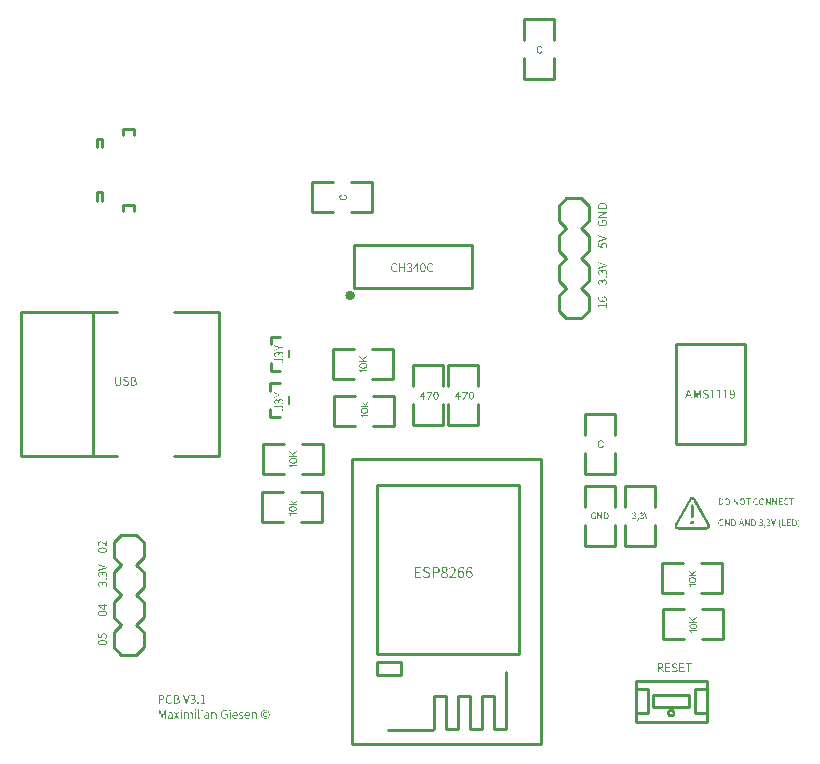
<source format=gto>
G04 Layer: TopSilkLayer*
G04 EasyEDA v5.9.42, Sat, 09 Mar 2019 23:57:52 GMT*
G04 162059df4c4b4fe6933ecd086f83df09*
G04 Gerber Generator version 0.2*
G04 Scale: 100 percent, Rotated: No, Reflected: No *
G04 Dimensions in millimeters *
G04 leading zeros omitted , absolute positions ,3 integer and 3 decimal *
%FSLAX33Y33*%
%MOMM*%
G90*
G71D02*

%ADD10C,0.254000*%
%ADD12C,0.399999*%
%ADD30C,0.200000*%
%ADD36C,0.100000*%

%LPD*%

%LPD*%
G36*
G01X52941Y22306D02*
G01X52891Y22311D01*
G01X52843Y22309D01*
G01X52800Y22300D01*
G01X52758Y22283D01*
G01X52721Y22262D01*
G01X52686Y22233D01*
G01X52651Y22195D01*
G01X52612Y22141D01*
G01X52567Y22071D01*
G01X52514Y21980D01*
G01X52450Y21866D01*
G01X52436Y21841D01*
G01X52418Y21809D01*
G01X52380Y21741D01*
G01X52356Y21697D01*
G01X52320Y21634D01*
G01X52280Y21561D01*
G01X52238Y21486D01*
G01X52194Y21408D01*
G01X52150Y21328D01*
G01X52109Y21254D01*
G01X52077Y21197D01*
G01X52063Y21172D01*
G01X52046Y21142D01*
G01X52026Y21106D01*
G01X52003Y21065D01*
G01X51978Y21021D01*
G01X51951Y20971D01*
G01X51921Y20918D01*
G01X51889Y20861D01*
G01X51856Y20800D01*
G01X51820Y20737D01*
G01X51783Y20670D01*
G01X51743Y20600D01*
G01X51703Y20528D01*
G01X51662Y20453D01*
G01X51619Y20377D01*
G01X51575Y20298D01*
G01X51522Y20202D01*
G01X51479Y20122D01*
G01X51447Y20057D01*
G01X51422Y20003D01*
G01X51405Y19958D01*
G01X51394Y19920D01*
G01X51389Y19885D01*
G01X51387Y19851D01*
G01X51399Y19767D01*
G01X51434Y19690D01*
G01X51486Y19625D01*
G01X51551Y19579D01*
G01X51563Y19574D01*
G01X51585Y19564D01*
G01X51609Y19556D01*
G01X51624Y19553D01*
G01X51640Y19550D01*
G01X51660Y19547D01*
G01X51683Y19545D01*
G01X51710Y19542D01*
G01X51743Y19541D01*
G01X51780Y19539D01*
G01X51825Y19538D01*
G01X51875Y19537D01*
G01X51933Y19536D01*
G01X51999Y19535D01*
G01X52157Y19535D01*
G01X52250Y19534D01*
G01X53523Y19534D01*
G01X53617Y19535D01*
G01X53775Y19535D01*
G01X53841Y19536D01*
G01X53899Y19537D01*
G01X53950Y19538D01*
G01X53993Y19539D01*
G01X54031Y19541D01*
G01X54063Y19542D01*
G01X54091Y19545D01*
G01X54114Y19547D01*
G01X54134Y19550D01*
G01X54151Y19553D01*
G01X54165Y19556D01*
G01X54189Y19564D01*
G01X54211Y19574D01*
G01X54223Y19579D01*
G01X54288Y19625D01*
G01X54340Y19690D01*
G01X54375Y19768D01*
G01X54387Y19851D01*
G01X54387Y19876D01*
G01X54384Y19900D01*
G01X54380Y19924D01*
G01X54373Y19951D01*
G01X54363Y19981D01*
G01X54347Y20017D01*
G01X54327Y20061D01*
G01X54300Y20113D01*
G01X54266Y20176D01*
G01X54224Y20252D01*
G01X54175Y20341D01*
G01X54116Y20448D01*
G01X54101Y20475D01*
G01X54080Y20511D01*
G01X54056Y20554D01*
G01X54029Y20602D01*
G01X54000Y20654D01*
G01X53970Y20708D01*
G01X53939Y20763D01*
G01X53909Y20817D01*
G01X53878Y20874D01*
G01X53845Y20931D01*
G01X53812Y20990D01*
G01X53779Y21051D01*
G01X53711Y21173D01*
G01X53676Y21234D01*
G01X53608Y21356D01*
G01X53542Y21474D01*
G01X53510Y21531D01*
G01X53480Y21586D01*
G01X53450Y21638D01*
G01X53422Y21689D01*
G01X53395Y21736D01*
G01X53371Y21781D01*
G01X53336Y21842D01*
G01X53298Y21911D01*
G01X53260Y21981D01*
G01X53221Y22049D01*
G01X53186Y22107D01*
G01X53152Y22157D01*
G01X53120Y22197D01*
G01X53088Y22230D01*
G01X53056Y22257D01*
G01X53024Y22277D01*
G01X52990Y22292D01*
G01X52941Y22306D01*
G37*

%LPC*%
G36*
G01X52915Y22085D02*
G01X52883Y22093D01*
G01X52851Y22083D01*
G01X52818Y22055D01*
G01X52797Y22027D01*
G01X52764Y21975D01*
G01X52723Y21908D01*
G01X52681Y21832D01*
G01X52637Y21754D01*
G01X52595Y21679D01*
G01X52560Y21616D01*
G01X52535Y21572D01*
G01X52509Y21525D01*
G01X52466Y21449D01*
G01X52414Y21356D01*
G01X52358Y21255D01*
G01X52322Y21190D01*
G01X52285Y21125D01*
G01X52248Y21059D01*
G01X52212Y20993D01*
G01X52175Y20927D01*
G01X52139Y20863D01*
G01X52104Y20799D01*
G01X52070Y20738D01*
G01X52037Y20679D01*
G01X52006Y20623D01*
G01X51976Y20570D01*
G01X51949Y20521D01*
G01X51924Y20476D01*
G01X51901Y20435D01*
G01X51881Y20400D01*
G01X51865Y20370D01*
G01X51773Y20206D01*
G01X51705Y20083D01*
G01X51657Y19992D01*
G01X51625Y19930D01*
G01X51608Y19887D01*
G01X51602Y19859D01*
G01X51605Y19839D01*
G01X51612Y19819D01*
G01X51615Y19810D01*
G01X51618Y19802D01*
G01X51621Y19795D01*
G01X51625Y19788D01*
G01X51630Y19782D01*
G01X51637Y19777D01*
G01X51647Y19773D01*
G01X51660Y19768D01*
G01X51677Y19765D01*
G01X51700Y19762D01*
G01X51728Y19759D01*
G01X51761Y19757D01*
G01X51802Y19755D01*
G01X51850Y19754D01*
G01X51906Y19753D01*
G01X51971Y19752D01*
G01X52046Y19751D01*
G01X52225Y19751D01*
G01X52332Y19750D01*
G01X53188Y19750D01*
G01X53317Y19751D01*
G01X53712Y19751D01*
G01X53784Y19752D01*
G01X53846Y19752D01*
G01X53899Y19753D01*
G01X53945Y19754D01*
G01X53983Y19754D01*
G01X54014Y19755D01*
G01X54040Y19757D01*
G01X54060Y19758D01*
G01X54077Y19759D01*
G01X54089Y19761D01*
G01X54098Y19763D01*
G01X54106Y19765D01*
G01X54111Y19767D01*
G01X54128Y19776D01*
G01X54142Y19787D01*
G01X54153Y19800D01*
G01X54161Y19816D01*
G01X54167Y19830D01*
G01X54170Y19844D01*
G01X54171Y19860D01*
G01X54167Y19880D01*
G01X54158Y19906D01*
G01X54144Y19939D01*
G01X54122Y19983D01*
G01X54093Y20039D01*
G01X54055Y20110D01*
G01X54007Y20197D01*
G01X53948Y20302D01*
G01X53877Y20428D01*
G01X53837Y20499D01*
G01X53795Y20574D01*
G01X53756Y20645D01*
G01X53724Y20702D01*
G01X53695Y20754D01*
G01X53664Y20809D01*
G01X53635Y20862D01*
G01X53611Y20904D01*
G01X53561Y20994D01*
G01X53524Y21060D01*
G01X53487Y21125D01*
G01X53440Y21212D01*
G01X53408Y21269D01*
G01X53376Y21325D01*
G01X53349Y21374D01*
G01X53329Y21409D01*
G01X53308Y21447D01*
G01X53276Y21505D01*
G01X53236Y21575D01*
G01X53195Y21650D01*
G01X53152Y21726D01*
G01X53108Y21805D01*
G01X53069Y21875D01*
G01X53039Y21928D01*
G01X53014Y21970D01*
G01X52990Y22009D01*
G01X52967Y22040D01*
G01X52949Y22061D01*
G01X52915Y22085D01*
G37*

%LPD*%
G36*
G01X52949Y20271D02*
G01X52887Y20284D01*
G01X52866Y20282D01*
G01X52845Y20278D01*
G01X52824Y20271D01*
G01X52805Y20262D01*
G01X52774Y20237D01*
G01X52748Y20203D01*
G01X52730Y20164D01*
G01X52724Y20126D01*
G01X52729Y20090D01*
G01X52745Y20053D01*
G01X52767Y20020D01*
G01X52792Y19995D01*
G01X52835Y19977D01*
G01X52887Y19970D01*
G01X52940Y19975D01*
G01X52980Y19991D01*
G01X53005Y20017D01*
G01X53028Y20053D01*
G01X53044Y20091D01*
G01X53050Y20126D01*
G01X53037Y20185D01*
G01X53001Y20236D01*
G01X52949Y20271D01*
G37*

%LPD*%
G36*
G01X52904Y21674D02*
G01X52884Y21677D01*
G01X52865Y21673D01*
G01X52839Y21661D01*
G01X52825Y21653D01*
G01X52812Y21642D01*
G01X52801Y21631D01*
G01X52793Y21621D01*
G01X52790Y21603D01*
G01X52788Y21566D01*
G01X52786Y21512D01*
G01X52784Y21444D01*
G01X52782Y21365D01*
G01X52781Y21277D01*
G01X52781Y20897D01*
G01X52782Y20809D01*
G01X52784Y20730D01*
G01X52786Y20662D01*
G01X52788Y20608D01*
G01X52790Y20571D01*
G01X52793Y20553D01*
G01X52801Y20543D01*
G01X52813Y20531D01*
G01X52827Y20520D01*
G01X52842Y20511D01*
G01X52863Y20502D01*
G01X52879Y20498D01*
G01X52896Y20499D01*
G01X52916Y20504D01*
G01X52932Y20511D01*
G01X52948Y20519D01*
G01X52963Y20530D01*
G01X52973Y20540D01*
G01X52979Y20550D01*
G01X52984Y20564D01*
G01X52988Y20589D01*
G01X52990Y20631D01*
G01X52992Y20696D01*
G01X52993Y20789D01*
G01X52993Y21327D01*
G01X52992Y21416D01*
G01X52991Y21487D01*
G01X52989Y21541D01*
G01X52986Y21581D01*
G01X52981Y21611D01*
G01X52975Y21631D01*
G01X52967Y21644D01*
G01X52957Y21653D01*
G01X52945Y21659D01*
G01X52930Y21665D01*
G01X52904Y21674D01*
G37*

%LPD*%
G54D10*
G01X4663Y52941D02*
G01X4663Y53436D01*
G01X5656Y53436D01*
G01X5656Y52941D01*
G01X2476Y47399D02*
G01X2476Y48097D01*
G01X2875Y48097D01*
G01X2875Y47399D01*
G01X2476Y51897D02*
G01X2476Y52598D01*
G01X2875Y52598D01*
G01X2875Y51897D01*
G01X4668Y46540D02*
G01X4668Y47033D01*
G01X5656Y47033D01*
G01X5656Y46540D01*
G01X41599Y45697D02*
G01X41599Y46967D01*
G01X41599Y46967D02*
G01X42234Y47602D01*
G01X43504Y47602D02*
G01X44139Y46967D01*
G01X42234Y42522D02*
G01X41599Y43157D01*
G01X41599Y43157D02*
G01X41599Y44427D01*
G01X41599Y44427D02*
G01X42234Y45062D01*
G01X43504Y45062D02*
G01X44139Y44427D01*
G01X44139Y44427D02*
G01X44139Y43157D01*
G01X44139Y43157D02*
G01X43504Y42522D01*
G01X41599Y45697D02*
G01X42234Y45062D01*
G01X43504Y45062D02*
G01X44139Y45697D01*
G01X44139Y46967D02*
G01X44139Y45697D01*
G01X41599Y38077D02*
G01X41599Y39347D01*
G01X41599Y39347D02*
G01X42234Y39982D01*
G01X43504Y39982D02*
G01X44139Y39347D01*
G01X42234Y39982D02*
G01X41599Y40617D01*
G01X41599Y40617D02*
G01X41599Y41887D01*
G01X41599Y41887D02*
G01X42234Y42522D01*
G01X43504Y42522D02*
G01X44139Y41887D01*
G01X44139Y41887D02*
G01X44139Y40617D01*
G01X44139Y40617D02*
G01X43504Y39982D01*
G01X42234Y37442D02*
G01X43504Y37442D01*
G01X41599Y38077D02*
G01X42234Y37442D01*
G01X43504Y37442D02*
G01X44139Y38077D01*
G01X44139Y39347D02*
G01X44139Y38077D01*
G01X42234Y47602D02*
G01X43504Y47602D01*
G01X17169Y31312D02*
G01X17169Y31972D01*
G01X17169Y31312D01*
G01X17169Y31972D01*
G01X17984Y31972D01*
G01X17984Y29052D02*
G01X17169Y29052D01*
G01X17169Y29712D01*
G54D30*
G01X18719Y30212D02*
G01X18719Y30812D01*
G54D10*
G01X24249Y43240D02*
G01X24249Y39986D01*
G01X34200Y39986D01*
G01X34200Y43669D01*
G01X24249Y43669D01*
G01X24249Y43240D01*
G01X4180Y25774D02*
G01X-3947Y25774D01*
G01X-3947Y37966D01*
G01X4180Y37966D01*
G01X2148Y37966D02*
G01X2148Y25774D01*
G01X9006Y37966D02*
G01X12816Y37966D01*
G01X12816Y25774D01*
G01X9006Y25774D01*
G01X30899Y2598D02*
G01X27099Y2598D01*
G01X37145Y7457D02*
G01X37145Y2631D01*
G01X36129Y2631D01*
G01X36129Y5425D01*
G01X35113Y5425D01*
G01X35113Y2631D01*
G01X34097Y2631D01*
G01X34097Y5425D01*
G01X33081Y5425D01*
G01X33081Y2631D01*
G01X32065Y2631D01*
G01X32065Y5425D01*
G01X31049Y5425D01*
G01X31049Y2631D01*
G01X24092Y25491D02*
G01X24092Y1361D01*
G01X40094Y1361D01*
G01X40094Y25491D01*
G01X24092Y25491D01*
G01X26198Y8298D02*
G01X28199Y8298D01*
G01X28199Y7198D01*
G01X26198Y7198D01*
G01X26198Y8298D01*
G01X26198Y23299D02*
G01X26198Y8999D01*
G01X38199Y8999D01*
G01X38199Y23299D01*
G01X38199Y23299D02*
G01X26198Y23299D01*
G01X57345Y35255D02*
G01X51498Y35255D01*
G01X51498Y26805D01*
G01X57370Y26805D01*
G01X57370Y35230D01*
G01X54100Y3250D02*
G01X48101Y3250D01*
G01X48101Y3250D02*
G01X48101Y6751D01*
G01X48101Y6751D02*
G01X54100Y6751D01*
G01X54100Y6751D02*
G01X54100Y3250D01*
G01X52599Y4500D02*
G01X49600Y4500D01*
G01X49600Y5501D01*
G01X52599Y5501D01*
G01X52599Y4500D01*
G01X54100Y4000D02*
G01X53100Y4000D01*
G01X53100Y6001D01*
G01X54100Y6001D01*
G01X48101Y4000D02*
G01X49102Y4000D01*
G01X49102Y6001D01*
G01X48101Y6001D01*
G01X52132Y16672D02*
G01X50354Y16672D01*
G01X50354Y14132D01*
G01X52132Y14132D01*
G01X53656Y14132D02*
G01X55434Y14132D01*
G01X55434Y16672D01*
G01X53656Y16672D01*
G01X52154Y12783D02*
G01X50376Y12783D01*
G01X50376Y10243D01*
G01X52154Y10243D01*
G01X53678Y10243D02*
G01X55456Y10243D01*
G01X55456Y12783D01*
G01X53678Y12783D01*
G01X19786Y20141D02*
G01X21564Y20141D01*
G01X21564Y22681D01*
G01X19786Y22681D01*
G01X18262Y22681D02*
G01X16484Y22681D01*
G01X16484Y20141D01*
G01X18262Y20141D01*
G01X46371Y27562D02*
G01X46371Y29340D01*
G01X43831Y29340D01*
G01X43831Y27562D01*
G01X43831Y26038D02*
G01X43831Y24260D01*
G01X46371Y24260D01*
G01X46371Y26038D01*
G01X38651Y59448D02*
G01X38651Y57670D01*
G01X41191Y57670D01*
G01X41191Y59448D01*
G01X41191Y60972D02*
G01X41191Y62750D01*
G01X38651Y62750D01*
G01X38651Y60972D01*
G01X22505Y48982D02*
G01X20727Y48982D01*
G01X20727Y46442D01*
G01X22505Y46442D01*
G01X24029Y46442D02*
G01X25807Y46442D01*
G01X25807Y48982D01*
G01X24029Y48982D01*
G01X17191Y35225D02*
G01X17191Y35884D01*
G01X17191Y35225D01*
G01X17191Y35884D01*
G01X18006Y35884D01*
G01X18006Y32964D02*
G01X17191Y32964D01*
G01X17191Y33624D01*
G54D30*
G01X18741Y34125D02*
G01X18741Y34724D01*
G54D10*
G01X24304Y30885D02*
G01X22526Y30885D01*
G01X22526Y28345D01*
G01X24304Y28345D01*
G01X25828Y28345D02*
G01X27606Y28345D01*
G01X27606Y30885D01*
G01X25828Y30885D01*
G01X24227Y34795D02*
G01X22449Y34795D01*
G01X22449Y32255D01*
G01X24227Y32255D01*
G01X25751Y32255D02*
G01X27529Y32255D01*
G01X27529Y34795D01*
G01X25751Y34795D01*
G01X34770Y31664D02*
G01X34770Y33442D01*
G01X32230Y33442D01*
G01X32230Y31664D01*
G01X32230Y30140D02*
G01X32230Y28362D01*
G01X34770Y28362D01*
G01X34770Y30140D01*
G01X31770Y31664D02*
G01X31770Y33442D01*
G01X29230Y33442D01*
G01X29230Y31664D01*
G01X29230Y30140D02*
G01X29230Y28362D01*
G01X31770Y28362D01*
G01X31770Y30140D01*
G01X3899Y17197D02*
G01X3899Y18467D01*
G01X3899Y18467D02*
G01X4534Y19102D01*
G01X5804Y19102D02*
G01X6439Y18467D01*
G01X4534Y14022D02*
G01X3899Y14657D01*
G01X3899Y14657D02*
G01X3899Y15927D01*
G01X3899Y15927D02*
G01X4534Y16562D01*
G01X5804Y16562D02*
G01X6439Y15927D01*
G01X6439Y15927D02*
G01X6439Y14657D01*
G01X6439Y14657D02*
G01X5804Y14022D01*
G01X3899Y17197D02*
G01X4534Y16562D01*
G01X5804Y16562D02*
G01X6439Y17197D01*
G01X6439Y18467D02*
G01X6439Y17197D01*
G01X3899Y9577D02*
G01X3899Y10847D01*
G01X3899Y10847D02*
G01X4534Y11482D01*
G01X5804Y11482D02*
G01X6439Y10847D01*
G01X4534Y11482D02*
G01X3899Y12117D01*
G01X3899Y12117D02*
G01X3899Y13387D01*
G01X3899Y13387D02*
G01X4534Y14022D01*
G01X5804Y14022D02*
G01X6439Y13387D01*
G01X6439Y13387D02*
G01X6439Y12117D01*
G01X6439Y12117D02*
G01X5804Y11482D01*
G01X4534Y8942D02*
G01X5804Y8942D01*
G01X3899Y9577D02*
G01X4534Y8942D01*
G01X5804Y8942D02*
G01X6439Y9577D01*
G01X6439Y10847D02*
G01X6439Y9577D01*
G01X4534Y19102D02*
G01X5804Y19102D01*
G01X18333Y26772D02*
G01X16555Y26772D01*
G01X16555Y24232D01*
G01X18333Y24232D01*
G01X19857Y24232D02*
G01X21635Y24232D01*
G01X21635Y26772D01*
G01X19857Y26772D01*
G01X49690Y21477D02*
G01X49690Y23255D01*
G01X47150Y23255D01*
G01X47150Y21477D01*
G01X47150Y19953D02*
G01X47150Y18175D01*
G01X49690Y18175D01*
G01X49690Y19953D01*
G01X46368Y21464D02*
G01X46368Y23242D01*
G01X43828Y23242D01*
G01X43828Y21464D01*
G01X43828Y19940D02*
G01X43828Y18162D01*
G01X46368Y18162D01*
G01X46368Y19940D01*

%LPD*%
G36*
G01X61872Y20432D02*
G01X61848Y20475D01*
G01X61810Y20457D01*
G01X61833Y20415D01*
G01X61854Y20372D01*
G01X61870Y20327D01*
G01X61884Y20281D01*
G01X61895Y20233D01*
G01X61903Y20186D01*
G01X61907Y20137D01*
G01X61909Y20089D01*
G01X61907Y20040D01*
G01X61903Y19992D01*
G01X61895Y19944D01*
G01X61885Y19897D01*
G01X61870Y19851D01*
G01X61854Y19806D01*
G01X61833Y19762D01*
G01X61810Y19721D01*
G01X61848Y19703D01*
G01X61872Y19746D01*
G01X61895Y19790D01*
G01X61914Y19836D01*
G01X61930Y19882D01*
G01X61943Y19931D01*
G01X61952Y19981D01*
G01X61958Y20034D01*
G01X61960Y20089D01*
G01X61958Y20144D01*
G01X61952Y20196D01*
G01X61943Y20246D01*
G01X61930Y20295D01*
G01X61914Y20342D01*
G01X61895Y20388D01*
G01X61872Y20432D01*
G37*

%LPD*%
G36*
G01X60372Y20457D02*
G01X60334Y20475D01*
G01X60310Y20432D01*
G01X60288Y20388D01*
G01X60269Y20342D01*
G01X60253Y20295D01*
G01X60240Y20246D01*
G01X60231Y20196D01*
G01X60224Y20144D01*
G01X60222Y20089D01*
G01X60224Y20034D01*
G01X60231Y19981D01*
G01X60240Y19931D01*
G01X60253Y19882D01*
G01X60269Y19836D01*
G01X60288Y19790D01*
G01X60310Y19746D01*
G01X60334Y19703D01*
G01X60372Y19721D01*
G01X60350Y19762D01*
G01X60331Y19806D01*
G01X60314Y19851D01*
G01X60300Y19897D01*
G01X60289Y19944D01*
G01X60282Y19992D01*
G01X60277Y20040D01*
G01X60276Y20089D01*
G01X60277Y20137D01*
G01X60282Y20186D01*
G01X60289Y20233D01*
G01X60300Y20281D01*
G01X60314Y20327D01*
G01X60331Y20372D01*
G01X60350Y20415D01*
G01X60372Y20457D01*
G37*

%LPD*%
G36*
G01X59055Y19937D02*
G01X59031Y19942D01*
G01X59013Y19938D01*
G01X58998Y19929D01*
G01X58987Y19915D01*
G01X58983Y19896D01*
G01X58987Y19877D01*
G01X58998Y19862D01*
G01X59013Y19853D01*
G01X59031Y19850D01*
G01X59035Y19850D01*
G01X59038Y19851D01*
G01X59041Y19853D01*
G01X59035Y19819D01*
G01X59019Y19790D01*
G01X58996Y19766D01*
G01X58965Y19749D01*
G01X58983Y19713D01*
G01X59026Y19738D01*
G01X59059Y19773D01*
G01X59080Y19815D01*
G01X59087Y19865D01*
G01X59083Y19897D01*
G01X59073Y19921D01*
G01X59055Y19937D01*
G37*

%LPD*%
G36*
G01X59392Y20412D02*
G01X59328Y20422D01*
G01X59284Y20416D01*
G01X59244Y20402D01*
G01X59208Y20381D01*
G01X59176Y20356D01*
G01X59209Y20315D01*
G01X59235Y20336D01*
G01X59263Y20354D01*
G01X59293Y20366D01*
G01X59326Y20371D01*
G01X59367Y20364D01*
G01X59398Y20345D01*
G01X59418Y20315D01*
G01X59425Y20277D01*
G01X59417Y20234D01*
G01X59390Y20199D01*
G01X59342Y20176D01*
G01X59267Y20168D01*
G01X59267Y20119D01*
G01X59350Y20111D01*
G01X59405Y20086D01*
G01X59436Y20050D01*
G01X59445Y20003D01*
G01X59437Y19957D01*
G01X59412Y19923D01*
G01X59375Y19901D01*
G01X59328Y19893D01*
G01X59283Y19899D01*
G01X59245Y19914D01*
G01X59213Y19935D01*
G01X59186Y19959D01*
G01X59156Y19919D01*
G01X59186Y19891D01*
G01X59224Y19866D01*
G01X59272Y19849D01*
G01X59331Y19843D01*
G01X59400Y19853D01*
G01X59456Y19885D01*
G01X59493Y19936D01*
G01X59506Y20003D01*
G01X59497Y20055D01*
G01X59472Y20097D01*
G01X59433Y20127D01*
G01X59387Y20145D01*
G01X59387Y20147D01*
G01X59428Y20167D01*
G01X59460Y20197D01*
G01X59481Y20235D01*
G01X59488Y20282D01*
G01X59476Y20341D01*
G01X59443Y20385D01*
G01X59392Y20412D01*
G37*

%LPD*%
G36*
G01X58770Y20412D02*
G01X58706Y20422D01*
G01X58660Y20416D01*
G01X58619Y20402D01*
G01X58583Y20381D01*
G01X58551Y20356D01*
G01X58584Y20315D01*
G01X58611Y20336D01*
G01X58639Y20354D01*
G01X58670Y20366D01*
G01X58703Y20371D01*
G01X58743Y20364D01*
G01X58774Y20345D01*
G01X58793Y20315D01*
G01X58800Y20277D01*
G01X58792Y20234D01*
G01X58765Y20199D01*
G01X58717Y20176D01*
G01X58643Y20168D01*
G01X58643Y20119D01*
G01X58725Y20111D01*
G01X58780Y20086D01*
G01X58811Y20050D01*
G01X58820Y20003D01*
G01X58812Y19957D01*
G01X58788Y19923D01*
G01X58751Y19901D01*
G01X58703Y19893D01*
G01X58658Y19899D01*
G01X58621Y19914D01*
G01X58589Y19935D01*
G01X58564Y19959D01*
G01X58531Y19919D01*
G01X58561Y19891D01*
G01X58600Y19866D01*
G01X58649Y19849D01*
G01X58709Y19843D01*
G01X58777Y19853D01*
G01X58832Y19885D01*
G01X58868Y19936D01*
G01X58881Y20003D01*
G01X58872Y20055D01*
G01X58847Y20097D01*
G01X58810Y20127D01*
G01X58764Y20145D01*
G01X58764Y20147D01*
G01X58805Y20167D01*
G01X58836Y20197D01*
G01X58856Y20235D01*
G01X58864Y20282D01*
G01X58852Y20341D01*
G01X58819Y20385D01*
G01X58770Y20412D01*
G37*

%LPD*%
G36*
G01X55405Y20416D02*
G01X55351Y20422D01*
G01X55298Y20417D01*
G01X55250Y20401D01*
G01X55206Y20377D01*
G01X55170Y20344D01*
G01X55140Y20302D01*
G01X55118Y20252D01*
G01X55104Y20196D01*
G01X55099Y20132D01*
G01X55104Y20068D01*
G01X55118Y20011D01*
G01X55139Y19961D01*
G01X55168Y19920D01*
G01X55204Y19886D01*
G01X55246Y19862D01*
G01X55294Y19848D01*
G01X55346Y19843D01*
G01X55400Y19847D01*
G01X55447Y19861D01*
G01X55487Y19881D01*
G01X55518Y19906D01*
G01X55518Y20137D01*
G01X55338Y20137D01*
G01X55338Y20086D01*
G01X55460Y20086D01*
G01X55460Y19934D01*
G01X55440Y19919D01*
G01X55413Y19908D01*
G01X55384Y19901D01*
G01X55353Y19898D01*
G01X55272Y19915D01*
G01X55213Y19962D01*
G01X55175Y20036D01*
G01X55163Y20132D01*
G01X55176Y20230D01*
G01X55215Y20303D01*
G01X55274Y20350D01*
G01X55353Y20366D01*
G01X55393Y20361D01*
G01X55426Y20350D01*
G01X55453Y20332D01*
G01X55475Y20313D01*
G01X55511Y20353D01*
G01X55483Y20378D01*
G01X55448Y20400D01*
G01X55405Y20416D01*
G37*

%LPD*%
G36*
G01X61472Y20412D02*
G01X61335Y20412D01*
G01X61335Y19853D01*
G01X61475Y19853D01*
G01X61535Y19857D01*
G01X61587Y19872D01*
G01X61632Y19895D01*
G01X61668Y19928D01*
G01X61697Y19968D01*
G01X61717Y20016D01*
G01X61730Y20072D01*
G01X61734Y20135D01*
G01X61730Y20197D01*
G01X61717Y20252D01*
G01X61697Y20299D01*
G01X61668Y20339D01*
G01X61631Y20370D01*
G01X61586Y20393D01*
G01X61533Y20406D01*
G01X61472Y20412D01*
G37*

%LPC*%
G36*
G01X61467Y20358D02*
G01X61398Y20358D01*
G01X61398Y19904D01*
G01X61467Y19904D01*
G01X61515Y19908D01*
G01X61556Y19919D01*
G01X61591Y19939D01*
G01X61619Y19966D01*
G01X61640Y19999D01*
G01X61656Y20038D01*
G01X61665Y20084D01*
G01X61668Y20135D01*
G01X61665Y20185D01*
G01X61656Y20230D01*
G01X61640Y20268D01*
G01X61619Y20300D01*
G01X61591Y20325D01*
G01X61556Y20343D01*
G01X61515Y20354D01*
G01X61467Y20358D01*
G37*

%LPD*%
G36*
G01X61208Y20412D02*
G01X60890Y20412D01*
G01X60890Y19853D01*
G01X61216Y19853D01*
G01X61216Y19906D01*
G01X60954Y19906D01*
G01X60954Y20119D01*
G01X61167Y20119D01*
G01X61167Y20173D01*
G01X60954Y20173D01*
G01X60954Y20358D01*
G01X61208Y20358D01*
G01X61208Y20412D01*
G37*

%LPD*%
G36*
G01X60545Y20412D02*
G01X60481Y20412D01*
G01X60481Y19853D01*
G01X60791Y19853D01*
G01X60791Y19906D01*
G01X60545Y19906D01*
G01X60545Y20412D01*
G37*

%LPD*%
G36*
G01X59618Y20412D02*
G01X59552Y20412D01*
G01X59730Y19853D01*
G01X59803Y19853D01*
G01X59981Y20412D01*
G01X59918Y20412D01*
G01X59826Y20102D01*
G01X59812Y20054D01*
G01X59798Y20010D01*
G01X59785Y19966D01*
G01X59770Y19919D01*
G01X59768Y19919D01*
G01X59753Y19966D01*
G01X59739Y20010D01*
G01X59726Y20054D01*
G01X59712Y20102D01*
G01X59618Y20412D01*
G37*

%LPD*%
G36*
G01X58033Y20412D02*
G01X57896Y20412D01*
G01X57896Y19853D01*
G01X58035Y19853D01*
G01X58095Y19857D01*
G01X58146Y19872D01*
G01X58190Y19895D01*
G01X58227Y19928D01*
G01X58255Y19968D01*
G01X58276Y20016D01*
G01X58288Y20072D01*
G01X58292Y20135D01*
G01X58288Y20197D01*
G01X58276Y20252D01*
G01X58255Y20299D01*
G01X58226Y20339D01*
G01X58190Y20370D01*
G01X58145Y20393D01*
G01X58093Y20406D01*
G01X58033Y20412D01*
G37*

%LPC*%
G36*
G01X58028Y20358D02*
G01X57959Y20358D01*
G01X57959Y19904D01*
G01X58028Y19904D01*
G01X58075Y19908D01*
G01X58116Y19919D01*
G01X58151Y19939D01*
G01X58179Y19966D01*
G01X58201Y19999D01*
G01X58216Y20038D01*
G01X58225Y20084D01*
G01X58229Y20135D01*
G01X58225Y20185D01*
G01X58216Y20230D01*
G01X58201Y20268D01*
G01X58179Y20300D01*
G01X58151Y20325D01*
G01X58116Y20343D01*
G01X58075Y20354D01*
G01X58028Y20358D01*
G37*

%LPD*%
G36*
G01X57413Y20412D02*
G01X57347Y20412D01*
G01X57347Y19853D01*
G01X57408Y19853D01*
G01X57408Y20201D01*
G01X57406Y20243D01*
G01X57400Y20328D01*
G01X57403Y20328D01*
G01X57464Y20213D01*
G01X57675Y19853D01*
G01X57738Y19853D01*
G01X57738Y20412D01*
G01X57680Y20412D01*
G01X57680Y20109D01*
G01X57681Y20065D01*
G01X57683Y20020D01*
G01X57687Y19934D01*
G01X57685Y19934D01*
G01X57624Y20048D01*
G01X57413Y20412D01*
G37*

%LPD*%
G36*
G01X57075Y20412D02*
G01X57007Y20412D01*
G01X56816Y19853D01*
G01X56880Y19853D01*
G01X56936Y20028D01*
G01X57144Y20028D01*
G01X57200Y19853D01*
G01X57268Y19853D01*
G01X57075Y20412D01*
G37*

%LPC*%
G36*
G01X57042Y20358D02*
G01X57037Y20358D01*
G01X57024Y20309D01*
G01X56996Y20215D01*
G01X56981Y20168D01*
G01X56953Y20079D01*
G01X57129Y20079D01*
G01X57101Y20168D01*
G01X57085Y20215D01*
G01X57070Y20262D01*
G01X57056Y20309D01*
G01X57042Y20358D01*
G37*

%LPD*%
G36*
G01X56336Y20412D02*
G01X56199Y20412D01*
G01X56199Y19853D01*
G01X56339Y19853D01*
G01X56399Y19857D01*
G01X56451Y19872D01*
G01X56496Y19895D01*
G01X56532Y19928D01*
G01X56561Y19968D01*
G01X56582Y20016D01*
G01X56594Y20072D01*
G01X56598Y20135D01*
G01X56594Y20197D01*
G01X56582Y20252D01*
G01X56561Y20299D01*
G01X56532Y20339D01*
G01X56495Y20370D01*
G01X56450Y20393D01*
G01X56397Y20406D01*
G01X56336Y20412D01*
G37*

%LPC*%
G36*
G01X56331Y20358D02*
G01X56263Y20358D01*
G01X56263Y19904D01*
G01X56331Y19904D01*
G01X56379Y19908D01*
G01X56421Y19919D01*
G01X56455Y19939D01*
G01X56483Y19966D01*
G01X56504Y19999D01*
G01X56520Y20038D01*
G01X56529Y20084D01*
G01X56532Y20135D01*
G01X56529Y20185D01*
G01X56520Y20230D01*
G01X56504Y20268D01*
G01X56483Y20300D01*
G01X56455Y20325D01*
G01X56421Y20343D01*
G01X56379Y20354D01*
G01X56331Y20358D01*
G37*

%LPD*%
G36*
G01X55716Y20412D02*
G01X55653Y20412D01*
G01X55653Y19853D01*
G01X55711Y19853D01*
G01X55711Y20201D01*
G01X55709Y20243D01*
G01X55704Y20328D01*
G01X55709Y20328D01*
G01X55770Y20213D01*
G01X55978Y19853D01*
G01X56044Y19853D01*
G01X56044Y20412D01*
G01X55983Y20412D01*
G01X55983Y20109D01*
G01X55984Y20065D01*
G01X55987Y20020D01*
G01X55993Y19934D01*
G01X55988Y19934D01*
G01X55927Y20048D01*
G01X55716Y20412D01*
G37*

%LPD*%
G36*
G01X60916Y22194D02*
G01X60868Y22200D01*
G01X60817Y22195D01*
G01X60771Y22179D01*
G01X60729Y22155D01*
G01X60693Y22122D01*
G01X60664Y22080D01*
G01X60643Y22030D01*
G01X60629Y21974D01*
G01X60624Y21910D01*
G01X60628Y21846D01*
G01X60642Y21789D01*
G01X60663Y21739D01*
G01X60692Y21698D01*
G01X60727Y21664D01*
G01X60768Y21640D01*
G01X60813Y21626D01*
G01X60862Y21621D01*
G01X60914Y21626D01*
G01X60959Y21641D01*
G01X60998Y21666D01*
G01X61033Y21702D01*
G01X60997Y21740D01*
G01X60970Y21713D01*
G01X60939Y21693D01*
G01X60904Y21681D01*
G01X60865Y21676D01*
G01X60791Y21693D01*
G01X60735Y21740D01*
G01X60700Y21814D01*
G01X60687Y21910D01*
G01X60700Y22008D01*
G01X60737Y22081D01*
G01X60793Y22128D01*
G01X60868Y22144D01*
G01X60904Y22140D01*
G01X60935Y22129D01*
G01X60962Y22111D01*
G01X60984Y22091D01*
G01X61020Y22131D01*
G01X60992Y22157D01*
G01X60957Y22178D01*
G01X60916Y22194D01*
G37*

%LPD*%
G36*
G01X58807Y22195D02*
G01X58757Y22200D01*
G01X58708Y22195D01*
G01X58662Y22180D01*
G01X58623Y22156D01*
G01X58589Y22123D01*
G01X58561Y22081D01*
G01X58540Y22033D01*
G01X58528Y21976D01*
G01X58523Y21913D01*
G01X58528Y21849D01*
G01X58540Y21792D01*
G01X58561Y21742D01*
G01X58589Y21700D01*
G01X58623Y21666D01*
G01X58662Y21641D01*
G01X58708Y21626D01*
G01X58757Y21621D01*
G01X58807Y21626D01*
G01X58853Y21641D01*
G01X58893Y21666D01*
G01X58928Y21700D01*
G01X58955Y21742D01*
G01X58976Y21792D01*
G01X58989Y21849D01*
G01X58993Y21913D01*
G01X58989Y21976D01*
G01X58976Y22033D01*
G01X58955Y22081D01*
G01X58928Y22123D01*
G01X58893Y22156D01*
G01X58853Y22180D01*
G01X58807Y22195D01*
G37*

%LPC*%
G36*
G01X58828Y22128D02*
G01X58757Y22144D01*
G01X58688Y22128D01*
G01X58634Y22081D01*
G01X58599Y22009D01*
G01X58587Y21913D01*
G01X58599Y21815D01*
G01X58634Y21740D01*
G01X58688Y21693D01*
G01X58757Y21676D01*
G01X58828Y21693D01*
G01X58882Y21740D01*
G01X58917Y21815D01*
G01X58930Y21913D01*
G01X58917Y22009D01*
G01X58882Y22081D01*
G01X58828Y22128D01*
G37*

%LPD*%
G36*
G01X58355Y22194D02*
G01X58307Y22200D01*
G01X58256Y22195D01*
G01X58209Y22179D01*
G01X58167Y22155D01*
G01X58131Y22122D01*
G01X58102Y22080D01*
G01X58080Y22030D01*
G01X58066Y21974D01*
G01X58061Y21910D01*
G01X58066Y21846D01*
G01X58079Y21789D01*
G01X58101Y21739D01*
G01X58130Y21698D01*
G01X58166Y21664D01*
G01X58207Y21640D01*
G01X58252Y21626D01*
G01X58302Y21621D01*
G01X58353Y21626D01*
G01X58398Y21641D01*
G01X58438Y21666D01*
G01X58472Y21702D01*
G01X58437Y21740D01*
G01X58409Y21713D01*
G01X58377Y21693D01*
G01X58343Y21681D01*
G01X58305Y21676D01*
G01X58231Y21693D01*
G01X58175Y21740D01*
G01X58140Y21814D01*
G01X58127Y21910D01*
G01X58140Y22008D01*
G01X58176Y22081D01*
G01X58233Y22128D01*
G01X58307Y22144D01*
G01X58342Y22140D01*
G01X58372Y22129D01*
G01X58400Y22111D01*
G01X58424Y22091D01*
G01X58457Y22131D01*
G01X58430Y22157D01*
G01X58396Y22178D01*
G01X58355Y22194D01*
G37*

%LPD*%
G36*
G01X57184Y22195D02*
G01X57134Y22200D01*
G01X57083Y22195D01*
G01X57038Y22180D01*
G01X56998Y22156D01*
G01X56964Y22123D01*
G01X56936Y22081D01*
G01X56915Y22033D01*
G01X56902Y21976D01*
G01X56898Y21913D01*
G01X56902Y21849D01*
G01X56915Y21792D01*
G01X56936Y21742D01*
G01X56964Y21700D01*
G01X56998Y21666D01*
G01X57038Y21641D01*
G01X57083Y21626D01*
G01X57134Y21621D01*
G01X57184Y21626D01*
G01X57229Y21641D01*
G01X57269Y21666D01*
G01X57303Y21700D01*
G01X57331Y21742D01*
G01X57353Y21792D01*
G01X57365Y21849D01*
G01X57370Y21913D01*
G01X57365Y21976D01*
G01X57353Y22033D01*
G01X57331Y22081D01*
G01X57303Y22123D01*
G01X57269Y22156D01*
G01X57229Y22180D01*
G01X57184Y22195D01*
G37*

%LPC*%
G36*
G01X57204Y22128D02*
G01X57134Y22144D01*
G01X57063Y22128D01*
G01X57010Y22081D01*
G01X56976Y22009D01*
G01X56964Y21913D01*
G01X56976Y21815D01*
G01X57010Y21740D01*
G01X57063Y21693D01*
G01X57134Y21676D01*
G01X57204Y21693D01*
G01X57258Y21740D01*
G01X57292Y21815D01*
G01X57304Y21913D01*
G01X57292Y22009D01*
G01X57258Y22081D01*
G01X57204Y22128D01*
G37*

%LPD*%
G36*
G01X55904Y22195D02*
G01X55854Y22200D01*
G01X55804Y22195D01*
G01X55759Y22180D01*
G01X55720Y22156D01*
G01X55685Y22123D01*
G01X55658Y22081D01*
G01X55637Y22033D01*
G01X55625Y21976D01*
G01X55620Y21913D01*
G01X55625Y21849D01*
G01X55637Y21792D01*
G01X55658Y21742D01*
G01X55685Y21700D01*
G01X55720Y21666D01*
G01X55759Y21641D01*
G01X55804Y21626D01*
G01X55854Y21621D01*
G01X55904Y21626D01*
G01X55950Y21641D01*
G01X55990Y21666D01*
G01X56024Y21700D01*
G01X56052Y21742D01*
G01X56073Y21792D01*
G01X56086Y21849D01*
G01X56090Y21913D01*
G01X56086Y21976D01*
G01X56073Y22033D01*
G01X56052Y22081D01*
G01X56024Y22123D01*
G01X55990Y22156D01*
G01X55950Y22180D01*
G01X55904Y22195D01*
G37*

%LPC*%
G36*
G01X55925Y22128D02*
G01X55854Y22144D01*
G01X55785Y22128D01*
G01X55731Y22081D01*
G01X55696Y22009D01*
G01X55683Y21913D01*
G01X55696Y21815D01*
G01X55731Y21740D01*
G01X55785Y21693D01*
G01X55854Y21676D01*
G01X55925Y21693D01*
G01X55979Y21740D01*
G01X56014Y21815D01*
G01X56026Y21913D01*
G01X56014Y22009D01*
G01X55979Y22081D01*
G01X55925Y22128D01*
G37*

%LPD*%
G36*
G01X61475Y22190D02*
G01X61071Y22190D01*
G01X61071Y22136D01*
G01X61241Y22136D01*
G01X61241Y21631D01*
G01X61304Y21631D01*
G01X61304Y22136D01*
G01X61475Y22136D01*
G01X61475Y22190D01*
G37*

%LPD*%
G36*
G01X60530Y22190D02*
G01X60210Y22190D01*
G01X60210Y21631D01*
G01X60537Y21631D01*
G01X60537Y21684D01*
G01X60273Y21684D01*
G01X60273Y21897D01*
G01X60489Y21897D01*
G01X60489Y21951D01*
G01X60273Y21951D01*
G01X60273Y22136D01*
G01X60530Y22136D01*
G01X60530Y22190D01*
G37*

%LPD*%
G36*
G01X59730Y22190D02*
G01X59664Y22190D01*
G01X59664Y21631D01*
G01X59722Y21631D01*
G01X59722Y21979D01*
G01X59721Y22021D01*
G01X59718Y22064D01*
G01X59714Y22106D01*
G01X59719Y22106D01*
G01X59780Y21991D01*
G01X59989Y21631D01*
G01X60055Y21631D01*
G01X60055Y22190D01*
G01X59996Y22190D01*
G01X59996Y21887D01*
G01X59997Y21843D01*
G01X59998Y21798D01*
G01X60004Y21712D01*
G01X59999Y21712D01*
G01X59940Y21826D01*
G01X59730Y22190D01*
G37*

%LPD*%
G36*
G01X59181Y22190D02*
G01X59118Y22190D01*
G01X59118Y21631D01*
G01X59176Y21631D01*
G01X59176Y21936D01*
G01X59175Y21979D01*
G01X59173Y22021D01*
G01X59168Y22106D01*
G01X59173Y22106D01*
G01X59234Y21991D01*
G01X59443Y21631D01*
G01X59509Y21631D01*
G01X59509Y22190D01*
G01X59448Y22190D01*
G01X59448Y21887D01*
G01X59449Y21843D01*
G01X59451Y21798D01*
G01X59455Y21712D01*
G01X59453Y21712D01*
G01X59392Y21826D01*
G01X59181Y22190D01*
G37*

%LPD*%
G36*
G01X57825Y22190D02*
G01X57418Y22190D01*
G01X57418Y22136D01*
G01X57588Y22136D01*
G01X57588Y21631D01*
G01X57652Y21631D01*
G01X57652Y22136D01*
G01X57825Y22136D01*
G01X57825Y22190D01*
G37*

%LPD*%
G36*
G01X56448Y22190D02*
G01X56382Y22190D01*
G01X56382Y21631D01*
G01X56443Y21631D01*
G01X56443Y21936D01*
G01X56442Y21979D01*
G01X56440Y22021D01*
G01X56435Y22106D01*
G01X56438Y22106D01*
G01X56499Y21991D01*
G01X56710Y21631D01*
G01X56776Y21631D01*
G01X56776Y22190D01*
G01X56715Y22190D01*
G01X56715Y21887D01*
G01X56716Y21843D01*
G01X56718Y21798D01*
G01X56722Y21712D01*
G01X56720Y21712D01*
G01X56659Y21826D01*
G01X56448Y22190D01*
G37*

%LPD*%
G36*
G01X55269Y22190D02*
G01X55132Y22190D01*
G01X55132Y21631D01*
G01X55269Y21631D01*
G01X55329Y21635D01*
G01X55382Y21650D01*
G01X55426Y21673D01*
G01X55463Y21706D01*
G01X55491Y21746D01*
G01X55512Y21794D01*
G01X55524Y21850D01*
G01X55528Y21913D01*
G01X55524Y21975D01*
G01X55512Y22030D01*
G01X55491Y22077D01*
G01X55463Y22117D01*
G01X55426Y22148D01*
G01X55382Y22171D01*
G01X55329Y22184D01*
G01X55269Y22190D01*
G37*

%LPC*%
G36*
G01X55262Y22136D02*
G01X55196Y22136D01*
G01X55196Y21682D01*
G01X55262Y21682D01*
G01X55310Y21686D01*
G01X55352Y21697D01*
G01X55386Y21717D01*
G01X55415Y21744D01*
G01X55437Y21777D01*
G01X55453Y21816D01*
G01X55462Y21862D01*
G01X55465Y21913D01*
G01X55462Y21963D01*
G01X55453Y22008D01*
G01X55437Y22046D01*
G01X55415Y22078D01*
G01X55386Y22103D01*
G01X55352Y22121D01*
G01X55310Y22132D01*
G01X55262Y22136D01*
G37*

%LPD*%

%LPD*%
G36*
G01X34127Y16393D02*
G01X34063Y16399D01*
G01X34019Y16397D01*
G01X33976Y16388D01*
G01X33934Y16372D01*
G01X33896Y16351D01*
G01X33859Y16322D01*
G01X33826Y16285D01*
G01X33796Y16241D01*
G01X33771Y16190D01*
G01X33751Y16130D01*
G01X33735Y16061D01*
G01X33726Y15983D01*
G01X33723Y15896D01*
G01X33725Y15824D01*
G01X33733Y15758D01*
G01X33745Y15697D01*
G01X33762Y15643D01*
G01X33784Y15595D01*
G01X33808Y15554D01*
G01X33837Y15518D01*
G01X33870Y15489D01*
G01X33906Y15466D01*
G01X33945Y15450D01*
G01X33986Y15440D01*
G01X34030Y15437D01*
G01X34082Y15442D01*
G01X34131Y15459D01*
G01X34175Y15485D01*
G01X34214Y15520D01*
G01X34246Y15564D01*
G01X34271Y15615D01*
G01X34286Y15673D01*
G01X34292Y15736D01*
G01X34287Y15806D01*
G01X34274Y15865D01*
G01X34252Y15915D01*
G01X34222Y15956D01*
G01X34185Y15988D01*
G01X34142Y16011D01*
G01X34091Y16024D01*
G01X34035Y16029D01*
G01X33978Y16021D01*
G01X33921Y15999D01*
G01X33867Y15964D01*
G01X33819Y15917D01*
G01X33826Y16019D01*
G01X33841Y16105D01*
G01X33865Y16174D01*
G01X33896Y16228D01*
G01X33932Y16268D01*
G01X33974Y16295D01*
G01X34020Y16311D01*
G01X34068Y16316D01*
G01X34108Y16311D01*
G01X34147Y16296D01*
G01X34184Y16274D01*
G01X34215Y16244D01*
G01X34274Y16308D01*
G01X34233Y16345D01*
G01X34184Y16374D01*
G01X34127Y16393D01*
G37*

%LPC*%
G36*
G01X34095Y15937D02*
G01X34017Y15952D01*
G01X33972Y15946D01*
G01X33923Y15924D01*
G01X33873Y15885D01*
G01X33824Y15828D01*
G01X33831Y15759D01*
G01X33844Y15697D01*
G01X33861Y15645D01*
G01X33885Y15601D01*
G01X33914Y15566D01*
G01X33948Y15541D01*
G01X33986Y15526D01*
G01X34030Y15521D01*
G01X34094Y15537D01*
G01X34145Y15581D01*
G01X34180Y15650D01*
G01X34192Y15736D01*
G01X34182Y15825D01*
G01X34149Y15893D01*
G01X34095Y15937D01*
G37*

%LPD*%
G36*
G01X33432Y16393D02*
G01X33367Y16399D01*
G01X33323Y16397D01*
G01X33280Y16388D01*
G01X33238Y16372D01*
G01X33199Y16351D01*
G01X33162Y16322D01*
G01X33129Y16285D01*
G01X33099Y16241D01*
G01X33073Y16190D01*
G01X33053Y16130D01*
G01X33037Y16061D01*
G01X33027Y15983D01*
G01X33024Y15896D01*
G01X33027Y15824D01*
G01X33034Y15758D01*
G01X33047Y15697D01*
G01X33064Y15643D01*
G01X33086Y15595D01*
G01X33111Y15554D01*
G01X33140Y15518D01*
G01X33172Y15489D01*
G01X33209Y15466D01*
G01X33247Y15450D01*
G01X33288Y15440D01*
G01X33331Y15437D01*
G01X33383Y15442D01*
G01X33432Y15459D01*
G01X33477Y15485D01*
G01X33515Y15520D01*
G01X33548Y15564D01*
G01X33572Y15615D01*
G01X33587Y15673D01*
G01X33593Y15736D01*
G01X33588Y15806D01*
G01X33575Y15865D01*
G01X33554Y15915D01*
G01X33525Y15956D01*
G01X33488Y15988D01*
G01X33445Y16011D01*
G01X33395Y16024D01*
G01X33339Y16029D01*
G01X33281Y16021D01*
G01X33224Y15999D01*
G01X33171Y15964D01*
G01X33123Y15917D01*
G01X33130Y16019D01*
G01X33146Y16105D01*
G01X33169Y16174D01*
G01X33199Y16228D01*
G01X33236Y16268D01*
G01X33277Y16295D01*
G01X33322Y16311D01*
G01X33370Y16316D01*
G01X33411Y16311D01*
G01X33451Y16296D01*
G01X33488Y16274D01*
G01X33519Y16244D01*
G01X33578Y16308D01*
G01X33536Y16345D01*
G01X33487Y16374D01*
G01X33432Y16393D01*
G37*

%LPC*%
G36*
G01X33399Y15937D02*
G01X33321Y15952D01*
G01X33275Y15946D01*
G01X33225Y15924D01*
G01X33175Y15885D01*
G01X33126Y15828D01*
G01X33133Y15759D01*
G01X33146Y15697D01*
G01X33164Y15645D01*
G01X33188Y15601D01*
G01X33216Y15566D01*
G01X33250Y15541D01*
G01X33288Y15526D01*
G01X33331Y15521D01*
G01X33397Y15537D01*
G01X33449Y15581D01*
G01X33484Y15650D01*
G01X33497Y15736D01*
G01X33486Y15825D01*
G01X33453Y15893D01*
G01X33399Y15937D01*
G37*

%LPD*%
G36*
G01X31970Y16395D02*
G01X31914Y16399D01*
G01X31862Y16395D01*
G01X31815Y16382D01*
G01X31772Y16362D01*
G01X31735Y16334D01*
G01X31705Y16299D01*
G01X31682Y16259D01*
G01X31668Y16213D01*
G01X31663Y16163D01*
G01X31673Y16096D01*
G01X31700Y16038D01*
G01X31740Y15989D01*
G01X31787Y15950D01*
G01X31787Y15945D01*
G01X31725Y15902D01*
G01X31670Y15845D01*
G01X31632Y15773D01*
G01X31617Y15686D01*
G01X31623Y15634D01*
G01X31639Y15586D01*
G01X31665Y15543D01*
G01X31700Y15507D01*
G01X31743Y15477D01*
G01X31794Y15456D01*
G01X31850Y15442D01*
G01X31912Y15437D01*
G01X31973Y15442D01*
G01X32028Y15456D01*
G01X32077Y15478D01*
G01X32119Y15507D01*
G01X32152Y15542D01*
G01X32178Y15583D01*
G01X32193Y15628D01*
G01X32199Y15675D01*
G01X32185Y15761D01*
G01X32150Y15828D01*
G01X32100Y15881D01*
G01X32041Y15922D01*
G01X32041Y15927D01*
G01X32083Y15967D01*
G01X32123Y16019D01*
G01X32153Y16082D01*
G01X32166Y16153D01*
G01X32161Y16205D01*
G01X32148Y16252D01*
G01X32127Y16294D01*
G01X32099Y16330D01*
G01X32063Y16359D01*
G01X32020Y16381D01*
G01X31970Y16395D01*
G37*

%LPC*%
G36*
G01X31894Y15892D02*
G01X31846Y15912D01*
G01X31790Y15870D01*
G01X31747Y15819D01*
G01X31721Y15759D01*
G01X31711Y15693D01*
G01X31726Y15623D01*
G01X31768Y15566D01*
G01X31832Y15529D01*
G01X31912Y15515D01*
G01X31988Y15528D01*
G01X32047Y15562D01*
G01X32086Y15615D01*
G01X32100Y15681D01*
G01X32094Y15725D01*
G01X32078Y15763D01*
G01X32054Y15796D01*
G01X32022Y15824D01*
G01X31984Y15849D01*
G01X31941Y15871D01*
G01X31894Y15892D01*
G37*
G36*
G01X31981Y16307D02*
G01X31912Y16321D01*
G01X31850Y16309D01*
G01X31802Y16277D01*
G01X31770Y16228D01*
G01X31759Y16163D01*
G01X31777Y16088D01*
G01X31825Y16033D01*
G01X31894Y15990D01*
G01X31975Y15955D01*
G01X32019Y15999D01*
G01X32051Y16046D01*
G01X32070Y16096D01*
G01X32077Y16148D01*
G01X32066Y16215D01*
G01X32033Y16270D01*
G01X31981Y16307D01*
G37*

%LPD*%
G36*
G01X30486Y16391D02*
G01X30405Y16399D01*
G01X30345Y16395D01*
G01X30291Y16382D01*
G01X30242Y16360D01*
G01X30200Y16331D01*
G01X30166Y16296D01*
G01X30140Y16255D01*
G01X30124Y16209D01*
G01X30118Y16158D01*
G01X30136Y16070D01*
G01X30180Y16004D01*
G01X30241Y15956D01*
G01X30309Y15922D01*
G01X30441Y15863D01*
G01X30504Y15833D01*
G01X30555Y15799D01*
G01X30589Y15754D01*
G01X30601Y15691D01*
G01X30587Y15625D01*
G01X30547Y15575D01*
G01X30483Y15542D01*
G01X30398Y15531D01*
G01X30325Y15539D01*
G01X30255Y15563D01*
G01X30192Y15599D01*
G01X30136Y15648D01*
G01X30073Y15576D01*
G01X30139Y15519D01*
G01X30215Y15474D01*
G01X30300Y15447D01*
G01X30395Y15437D01*
G01X30464Y15442D01*
G01X30525Y15458D01*
G01X30579Y15481D01*
G01X30624Y15513D01*
G01X30659Y15552D01*
G01X30686Y15597D01*
G01X30702Y15646D01*
G01X30708Y15698D01*
G01X30692Y15790D01*
G01X30651Y15858D01*
G01X30590Y15909D01*
G01X30515Y15947D01*
G01X30380Y16003D01*
G01X30326Y16029D01*
G01X30276Y16061D01*
G01X30239Y16105D01*
G01X30225Y16166D01*
G01X30238Y16225D01*
G01X30275Y16269D01*
G01X30332Y16298D01*
G01X30405Y16308D01*
G01X30468Y16302D01*
G01X30525Y16284D01*
G01X30576Y16256D01*
G01X30621Y16219D01*
G01X30675Y16288D01*
G01X30621Y16333D01*
G01X30558Y16368D01*
G01X30486Y16391D01*
G37*

%LPD*%
G36*
G01X32636Y16395D02*
G01X32577Y16399D01*
G01X32497Y16390D01*
G01X32427Y16363D01*
G01X32364Y16320D01*
G01X32305Y16265D01*
G01X32366Y16206D01*
G01X32409Y16250D01*
G01X32457Y16284D01*
G01X32509Y16307D01*
G01X32567Y16316D01*
G01X32644Y16301D01*
G01X32698Y16262D01*
G01X32731Y16201D01*
G01X32742Y16125D01*
G01X32739Y16084D01*
G01X32731Y16043D01*
G01X32717Y15999D01*
G01X32697Y15954D01*
G01X32671Y15907D01*
G01X32639Y15858D01*
G01X32600Y15807D01*
G01X32556Y15753D01*
G01X32505Y15698D01*
G01X32448Y15640D01*
G01X32384Y15579D01*
G01X32313Y15515D01*
G01X32313Y15455D01*
G01X32887Y15455D01*
G01X32887Y15543D01*
G01X32584Y15543D01*
G01X32546Y15542D01*
G01X32507Y15539D01*
G01X32470Y15536D01*
G01X32525Y15589D01*
G01X32577Y15641D01*
G01X32624Y15692D01*
G01X32667Y15743D01*
G01X32707Y15792D01*
G01X32742Y15842D01*
G01X32772Y15890D01*
G01X32797Y15939D01*
G01X32817Y15987D01*
G01X32832Y16035D01*
G01X32841Y16083D01*
G01X32844Y16130D01*
G01X32839Y16189D01*
G01X32825Y16241D01*
G01X32803Y16287D01*
G01X32772Y16326D01*
G01X32734Y16357D01*
G01X32688Y16381D01*
G01X32636Y16395D01*
G37*

%LPD*%
G36*
G01X31150Y16384D02*
G01X30893Y16384D01*
G01X30893Y15455D01*
G01X31000Y15455D01*
G01X31000Y15830D01*
G01X31157Y15830D01*
G01X31230Y15835D01*
G01X31296Y15848D01*
G01X31354Y15870D01*
G01X31404Y15901D01*
G01X31443Y15940D01*
G01X31473Y15989D01*
G01X31491Y16047D01*
G01X31498Y16115D01*
G01X31491Y16185D01*
G01X31473Y16242D01*
G01X31443Y16289D01*
G01X31403Y16325D01*
G01X31352Y16352D01*
G01X31293Y16370D01*
G01X31225Y16381D01*
G01X31150Y16384D01*
G37*

%LPC*%
G36*
G01X31137Y16298D02*
G01X31000Y16298D01*
G01X31000Y15917D01*
G01X31139Y15917D01*
G01X31199Y15920D01*
G01X31251Y15928D01*
G01X31294Y15943D01*
G01X31330Y15964D01*
G01X31358Y15991D01*
G01X31378Y16025D01*
G01X31389Y16067D01*
G01X31393Y16115D01*
G01X31389Y16163D01*
G01X31377Y16203D01*
G01X31357Y16234D01*
G01X31329Y16259D01*
G01X31293Y16277D01*
G01X31249Y16289D01*
G01X31197Y16296D01*
G01X31137Y16298D01*
G37*

%LPD*%
G36*
G01X29930Y16384D02*
G01X29400Y16384D01*
G01X29400Y15455D01*
G01X29943Y15455D01*
G01X29943Y15543D01*
G01X29506Y15543D01*
G01X29506Y15902D01*
G01X29862Y15902D01*
G01X29862Y15990D01*
G01X29506Y15990D01*
G01X29506Y16295D01*
G01X29930Y16295D01*
G01X29930Y16384D01*
G37*

%LPD*%

%LPD*%
G36*
G01X11058Y4920D02*
G01X11033Y4925D01*
G01X11009Y4920D01*
G01X10990Y4906D01*
G01X10977Y4885D01*
G01X10972Y4857D01*
G01X10977Y4831D01*
G01X10990Y4810D01*
G01X11009Y4798D01*
G01X11033Y4793D01*
G01X11058Y4798D01*
G01X11078Y4810D01*
G01X11091Y4831D01*
G01X11096Y4857D01*
G01X11091Y4885D01*
G01X11078Y4906D01*
G01X11058Y4920D01*
G37*

%LPD*%
G36*
G01X10686Y5551D02*
G01X10601Y5563D01*
G01X10542Y5556D01*
G01X10488Y5538D01*
G01X10440Y5510D01*
G01X10398Y5476D01*
G01X10443Y5420D01*
G01X10477Y5450D01*
G01X10514Y5475D01*
G01X10554Y5491D01*
G01X10598Y5497D01*
G01X10653Y5488D01*
G01X10694Y5462D01*
G01X10719Y5423D01*
G01X10728Y5372D01*
G01X10717Y5314D01*
G01X10682Y5267D01*
G01X10618Y5236D01*
G01X10520Y5225D01*
G01X10520Y5161D01*
G01X10629Y5150D01*
G01X10703Y5118D01*
G01X10743Y5069D01*
G01X10756Y5006D01*
G01X10744Y4947D01*
G01X10712Y4901D01*
G01X10662Y4872D01*
G01X10601Y4862D01*
G01X10540Y4869D01*
G01X10490Y4888D01*
G01X10448Y4915D01*
G01X10413Y4948D01*
G01X10370Y4895D01*
G01X10410Y4856D01*
G01X10462Y4824D01*
G01X10527Y4801D01*
G01X10606Y4793D01*
G01X10653Y4797D01*
G01X10697Y4807D01*
G01X10737Y4825D01*
G01X10772Y4849D01*
G01X10800Y4879D01*
G01X10821Y4915D01*
G01X10835Y4957D01*
G01X10840Y5004D01*
G01X10827Y5074D01*
G01X10793Y5129D01*
G01X10742Y5171D01*
G01X10680Y5194D01*
G01X10680Y5197D01*
G01X10734Y5225D01*
G01X10777Y5265D01*
G01X10804Y5316D01*
G01X10814Y5380D01*
G01X10798Y5458D01*
G01X10753Y5515D01*
G01X10686Y5551D01*
G37*

%LPD*%
G36*
G01X8679Y5555D02*
G01X8615Y5563D01*
G01X8547Y5556D01*
G01X8485Y5536D01*
G01X8429Y5503D01*
G01X8382Y5459D01*
G01X8343Y5404D01*
G01X8314Y5338D01*
G01X8296Y5262D01*
G01X8290Y5177D01*
G01X8296Y5092D01*
G01X8314Y5016D01*
G01X8342Y4951D01*
G01X8381Y4895D01*
G01X8428Y4852D01*
G01X8483Y4820D01*
G01X8544Y4800D01*
G01X8610Y4793D01*
G01X8678Y4800D01*
G01X8737Y4821D01*
G01X8789Y4854D01*
G01X8836Y4900D01*
G01X8790Y4953D01*
G01X8752Y4916D01*
G01X8711Y4889D01*
G01X8665Y4872D01*
G01X8615Y4867D01*
G01X8562Y4872D01*
G01X8515Y4889D01*
G01X8474Y4916D01*
G01X8440Y4952D01*
G01X8413Y4997D01*
G01X8393Y5050D01*
G01X8380Y5111D01*
G01X8376Y5179D01*
G01X8381Y5247D01*
G01X8393Y5308D01*
G01X8414Y5361D01*
G01X8442Y5406D01*
G01X8477Y5441D01*
G01X8519Y5467D01*
G01X8565Y5483D01*
G01X8617Y5489D01*
G01X8662Y5484D01*
G01X8703Y5470D01*
G01X8740Y5447D01*
G01X8772Y5418D01*
G01X8818Y5471D01*
G01X8781Y5506D01*
G01X8735Y5535D01*
G01X8679Y5555D01*
G37*

%LPD*%
G36*
G01X11510Y5550D02*
G01X11447Y5550D01*
G01X11416Y5534D01*
G01X11381Y5520D01*
G01X11342Y5508D01*
G01X11297Y5499D01*
G01X11297Y5446D01*
G01X11429Y5446D01*
G01X11429Y4874D01*
G01X11261Y4874D01*
G01X11261Y4806D01*
G01X11663Y4806D01*
G01X11663Y4874D01*
G01X11510Y4874D01*
G01X11510Y5550D01*
G37*

%LPD*%
G36*
G01X9854Y5550D02*
G01X9765Y5550D01*
G01X10004Y4806D01*
G01X10101Y4806D01*
G01X10337Y5550D01*
G01X10253Y5550D01*
G01X10129Y5139D01*
G01X10110Y5075D01*
G01X10092Y5016D01*
G01X10075Y4956D01*
G01X10055Y4892D01*
G01X10052Y4892D01*
G01X10032Y4956D01*
G01X10014Y5016D01*
G01X9996Y5075D01*
G01X9979Y5139D01*
G01X9854Y5550D01*
G37*

%LPD*%
G36*
G01X9194Y5550D02*
G01X8978Y5550D01*
G01X8978Y4806D01*
G01X9209Y4806D01*
G01X9270Y4809D01*
G01X9324Y4819D01*
G01X9372Y4836D01*
G01X9413Y4860D01*
G01X9446Y4891D01*
G01X9471Y4928D01*
G01X9486Y4972D01*
G01X9491Y5024D01*
G01X9480Y5092D01*
G01X9448Y5145D01*
G01X9399Y5181D01*
G01X9336Y5202D01*
G01X9336Y5207D01*
G01X9383Y5232D01*
G01X9419Y5268D01*
G01X9440Y5314D01*
G01X9448Y5367D01*
G01X9443Y5412D01*
G01X9429Y5450D01*
G01X9407Y5482D01*
G01X9377Y5507D01*
G01X9340Y5526D01*
G01X9297Y5540D01*
G01X9248Y5547D01*
G01X9194Y5550D01*
G37*

%LPC*%
G36*
G01X9196Y5166D02*
G01X9062Y5166D01*
G01X9062Y4872D01*
G01X9196Y4872D01*
G01X9285Y4881D01*
G01X9351Y4909D01*
G01X9393Y4958D01*
G01X9407Y5027D01*
G01X9393Y5088D01*
G01X9352Y5132D01*
G01X9286Y5158D01*
G01X9196Y5166D01*
G37*
G36*
G01X9181Y5481D02*
G01X9062Y5481D01*
G01X9062Y5230D01*
G01X9176Y5230D01*
G01X9262Y5239D01*
G01X9320Y5264D01*
G01X9353Y5304D01*
G01X9364Y5357D01*
G01X9352Y5415D01*
G01X9317Y5454D01*
G01X9260Y5475D01*
G01X9181Y5481D01*
G37*

%LPD*%
G36*
G01X7903Y5550D02*
G01X7698Y5550D01*
G01X7698Y4806D01*
G01X7782Y4806D01*
G01X7782Y5106D01*
G01X7909Y5106D01*
G01X7967Y5109D01*
G01X8020Y5119D01*
G01X8066Y5137D01*
G01X8105Y5162D01*
G01X8137Y5194D01*
G01X8161Y5233D01*
G01X8175Y5280D01*
G01X8180Y5334D01*
G01X8175Y5390D01*
G01X8161Y5435D01*
G01X8137Y5473D01*
G01X8105Y5502D01*
G01X8065Y5524D01*
G01X8017Y5539D01*
G01X7963Y5547D01*
G01X7903Y5550D01*
G37*

%LPC*%
G36*
G01X7891Y5481D02*
G01X7782Y5481D01*
G01X7782Y5177D01*
G01X7896Y5177D01*
G01X7984Y5185D01*
G01X8047Y5213D01*
G01X8084Y5263D01*
G01X8097Y5334D01*
G01X8084Y5404D01*
G01X8045Y5449D01*
G01X7981Y5474D01*
G01X7891Y5481D01*
G37*

%LPD*%

%LPD*%
G36*
G01X16783Y4272D02*
G01X16735Y4275D01*
G01X16687Y4272D01*
G01X16640Y4263D01*
G01X16595Y4249D01*
G01X16553Y4229D01*
G01X16514Y4204D01*
G01X16479Y4174D01*
G01X16448Y4139D01*
G01X16421Y4100D01*
G01X16399Y4057D01*
G01X16383Y4009D01*
G01X16373Y3957D01*
G01X16369Y3902D01*
G01X16373Y3846D01*
G01X16383Y3793D01*
G01X16399Y3745D01*
G01X16421Y3701D01*
G01X16448Y3661D01*
G01X16479Y3626D01*
G01X16514Y3595D01*
G01X16553Y3570D01*
G01X16595Y3550D01*
G01X16640Y3535D01*
G01X16687Y3526D01*
G01X16735Y3523D01*
G01X16783Y3526D01*
G01X16830Y3535D01*
G01X16875Y3550D01*
G01X16917Y3570D01*
G01X16956Y3595D01*
G01X16991Y3626D01*
G01X17023Y3661D01*
G01X17050Y3701D01*
G01X17071Y3745D01*
G01X17087Y3793D01*
G01X17097Y3846D01*
G01X17101Y3902D01*
G01X17097Y3957D01*
G01X17087Y4009D01*
G01X17071Y4057D01*
G01X17050Y4100D01*
G01X17023Y4139D01*
G01X16991Y4174D01*
G01X16956Y4204D01*
G01X16917Y4229D01*
G01X16875Y4249D01*
G01X16830Y4263D01*
G01X16783Y4272D01*
G37*

%LPC*%
G36*
G01X16798Y4226D02*
G01X16735Y4232D01*
G01X16673Y4226D01*
G01X16614Y4208D01*
G01X16561Y4179D01*
G01X16514Y4141D01*
G01X16475Y4093D01*
G01X16446Y4037D01*
G01X16427Y3973D01*
G01X16420Y3902D01*
G01X16427Y3829D01*
G01X16446Y3764D01*
G01X16475Y3708D01*
G01X16514Y3659D01*
G01X16561Y3620D01*
G01X16614Y3591D01*
G01X16673Y3572D01*
G01X16735Y3566D01*
G01X16798Y3572D01*
G01X16856Y3591D01*
G01X16909Y3620D01*
G01X16957Y3659D01*
G01X16995Y3708D01*
G01X17025Y3764D01*
G01X17043Y3829D01*
G01X17050Y3902D01*
G01X17043Y3973D01*
G01X17025Y4037D01*
G01X16995Y4093D01*
G01X16957Y4141D01*
G01X16909Y4179D01*
G01X16856Y4208D01*
G01X16798Y4226D01*
G37*

%LPD*%
G36*
G01X15262Y4095D02*
G01X15214Y4100D01*
G01X15167Y4095D01*
G01X15122Y4079D01*
G01X15081Y4055D01*
G01X15044Y4021D01*
G01X15013Y3980D01*
G01X14990Y3931D01*
G01X14975Y3874D01*
G01X14970Y3810D01*
G01X14975Y3746D01*
G01X14990Y3689D01*
G01X15013Y3640D01*
G01X15045Y3599D01*
G01X15083Y3566D01*
G01X15127Y3542D01*
G01X15176Y3528D01*
G01X15229Y3523D01*
G01X15282Y3528D01*
G01X15329Y3540D01*
G01X15372Y3557D01*
G01X15409Y3579D01*
G01X15379Y3632D01*
G01X15347Y3615D01*
G01X15314Y3601D01*
G01X15278Y3592D01*
G01X15239Y3589D01*
G01X15164Y3604D01*
G01X15106Y3645D01*
G01X15067Y3709D01*
G01X15051Y3792D01*
G01X15427Y3792D01*
G01X15429Y3803D01*
G01X15429Y3815D01*
G01X15430Y3827D01*
G01X15430Y3841D01*
G01X15426Y3898D01*
G01X15415Y3949D01*
G01X15398Y3993D01*
G01X15373Y4030D01*
G01X15342Y4060D01*
G01X15305Y4082D01*
G01X15262Y4095D01*
G37*

%LPC*%
G36*
G01X15275Y4020D02*
G01X15214Y4031D01*
G01X15155Y4019D01*
G01X15106Y3984D01*
G01X15069Y3927D01*
G01X15051Y3851D01*
G01X15356Y3851D01*
G01X15347Y3930D01*
G01X15319Y3986D01*
G01X15275Y4020D01*
G37*

%LPD*%
G36*
G01X14738Y4095D02*
G01X14690Y4100D01*
G01X14612Y4088D01*
G01X14554Y4054D01*
G01X14518Y4005D01*
G01X14505Y3945D01*
G01X14520Y3884D01*
G01X14558Y3841D01*
G01X14611Y3811D01*
G01X14670Y3787D01*
G01X14716Y3769D01*
G01X14756Y3747D01*
G01X14786Y3718D01*
G01X14797Y3678D01*
G01X14790Y3642D01*
G01X14770Y3613D01*
G01X14735Y3594D01*
G01X14685Y3587D01*
G01X14636Y3592D01*
G01X14593Y3605D01*
G01X14554Y3626D01*
G01X14518Y3653D01*
G01X14477Y3597D01*
G01X14520Y3568D01*
G01X14569Y3544D01*
G01X14623Y3529D01*
G01X14680Y3523D01*
G01X14765Y3536D01*
G01X14827Y3571D01*
G01X14865Y3622D01*
G01X14878Y3683D01*
G01X14863Y3749D01*
G01X14823Y3794D01*
G01X14768Y3826D01*
G01X14708Y3851D01*
G01X14662Y3868D01*
G01X14622Y3888D01*
G01X14594Y3914D01*
G01X14584Y3950D01*
G01X14590Y3981D01*
G01X14610Y4008D01*
G01X14643Y4027D01*
G01X14690Y4034D01*
G01X14726Y4030D01*
G01X14758Y4019D01*
G01X14788Y4003D01*
G01X14817Y3983D01*
G01X14858Y4039D01*
G01X14823Y4062D01*
G01X14783Y4081D01*
G01X14738Y4095D01*
G37*

%LPD*%
G36*
G01X14234Y4095D02*
G01X14185Y4100D01*
G01X14139Y4095D01*
G01X14094Y4079D01*
G01X14053Y4055D01*
G01X14016Y4021D01*
G01X13985Y3980D01*
G01X13962Y3931D01*
G01X13947Y3874D01*
G01X13941Y3810D01*
G01X13946Y3746D01*
G01X13961Y3689D01*
G01X13985Y3640D01*
G01X14016Y3599D01*
G01X14054Y3566D01*
G01X14099Y3542D01*
G01X14147Y3528D01*
G01X14200Y3523D01*
G01X14253Y3528D01*
G01X14301Y3540D01*
G01X14343Y3557D01*
G01X14380Y3579D01*
G01X14350Y3632D01*
G01X14319Y3615D01*
G01X14285Y3601D01*
G01X14249Y3592D01*
G01X14210Y3589D01*
G01X14136Y3604D01*
G01X14077Y3645D01*
G01X14039Y3709D01*
G01X14022Y3792D01*
G01X14398Y3792D01*
G01X14400Y3803D01*
G01X14400Y3815D01*
G01X14401Y3827D01*
G01X14401Y3841D01*
G01X14397Y3898D01*
G01X14387Y3949D01*
G01X14369Y3993D01*
G01X14344Y4030D01*
G01X14313Y4060D01*
G01X14276Y4082D01*
G01X14234Y4095D01*
G37*

%LPC*%
G36*
G01X14247Y4020D02*
G01X14187Y4031D01*
G01X14129Y4019D01*
G01X14078Y3984D01*
G01X14041Y3927D01*
G01X14022Y3851D01*
G01X14330Y3851D01*
G01X14320Y3930D01*
G01X14292Y3986D01*
G01X14247Y4020D01*
G37*

%LPD*%
G36*
G01X13386Y4285D02*
G01X13316Y4293D01*
G01X13268Y4290D01*
G01X13223Y4281D01*
G01X13181Y4266D01*
G01X13141Y4245D01*
G01X13106Y4220D01*
G01X13074Y4189D01*
G01X13046Y4154D01*
G01X13023Y4113D01*
G01X13004Y4068D01*
G01X12990Y4018D01*
G01X12981Y3965D01*
G01X12978Y3907D01*
G01X12985Y3822D01*
G01X13003Y3746D01*
G01X13032Y3681D01*
G01X13071Y3625D01*
G01X13119Y3582D01*
G01X13176Y3550D01*
G01X13239Y3530D01*
G01X13309Y3523D01*
G01X13380Y3529D01*
G01X13443Y3547D01*
G01X13496Y3573D01*
G01X13537Y3607D01*
G01X13537Y3917D01*
G01X13298Y3917D01*
G01X13298Y3846D01*
G01X13458Y3846D01*
G01X13458Y3642D01*
G01X13432Y3624D01*
G01X13398Y3609D01*
G01X13360Y3600D01*
G01X13319Y3597D01*
G01X13261Y3602D01*
G01X13211Y3619D01*
G01X13167Y3646D01*
G01X13131Y3682D01*
G01X13102Y3727D01*
G01X13082Y3780D01*
G01X13069Y3841D01*
G01X13065Y3909D01*
G01X13069Y3977D01*
G01X13083Y4038D01*
G01X13104Y4091D01*
G01X13134Y4136D01*
G01X13170Y4171D01*
G01X13214Y4197D01*
G01X13263Y4213D01*
G01X13319Y4219D01*
G01X13371Y4213D01*
G01X13414Y4198D01*
G01X13450Y4175D01*
G01X13481Y4148D01*
G01X13527Y4201D01*
G01X13491Y4235D01*
G01X13445Y4264D01*
G01X13386Y4285D01*
G37*

%LPD*%
G36*
G01X11892Y4083D02*
G01X11807Y4100D01*
G01X11743Y4093D01*
G01X11686Y4075D01*
G01X11635Y4051D01*
G01X11594Y4026D01*
G01X11627Y3968D01*
G01X11661Y3990D01*
G01X11701Y4009D01*
G01X11747Y4023D01*
G01X11795Y4029D01*
G01X11853Y4016D01*
G01X11888Y3983D01*
G01X11907Y3937D01*
G01X11912Y3881D01*
G01X11829Y3870D01*
G01X11759Y3855D01*
G01X11700Y3837D01*
G01X11653Y3815D01*
G01X11616Y3788D01*
G01X11591Y3757D01*
G01X11576Y3720D01*
G01X11571Y3678D01*
G01X11583Y3611D01*
G01X11616Y3562D01*
G01X11667Y3533D01*
G01X11729Y3523D01*
G01X11780Y3529D01*
G01X11828Y3546D01*
G01X11873Y3571D01*
G01X11914Y3602D01*
G01X11917Y3602D01*
G01X11924Y3536D01*
G01X11993Y3536D01*
G01X11993Y3876D01*
G01X11983Y3967D01*
G01X11950Y4038D01*
G01X11892Y4083D01*
G37*

%LPC*%
G36*
G01X11912Y3665D02*
G01X11912Y3825D01*
G01X11788Y3805D01*
G01X11707Y3774D01*
G01X11663Y3733D01*
G01X11650Y3683D01*
G01X11658Y3640D01*
G01X11680Y3612D01*
G01X11712Y3595D01*
G01X11752Y3589D01*
G01X11792Y3594D01*
G01X11832Y3609D01*
G01X11871Y3633D01*
G01X11912Y3665D01*
G37*

%LPD*%
G36*
G01X11132Y4344D02*
G01X11048Y4344D01*
G01X11048Y3637D01*
G01X11054Y3589D01*
G01X11070Y3553D01*
G01X11098Y3531D01*
G01X11139Y3523D01*
G01X11155Y3524D01*
G01X11167Y3525D01*
G01X11178Y3527D01*
G01X11188Y3531D01*
G01X11175Y3594D01*
G01X11169Y3593D01*
G01X11164Y3592D01*
G01X11157Y3592D01*
G01X11147Y3594D01*
G01X11139Y3600D01*
G01X11134Y3612D01*
G01X11132Y3630D01*
G01X11132Y4344D01*
G37*

%LPD*%
G36*
G01X8794Y4083D02*
G01X8709Y4100D01*
G01X8645Y4093D01*
G01X8587Y4075D01*
G01X8536Y4051D01*
G01X8495Y4026D01*
G01X8528Y3968D01*
G01X8562Y3990D01*
G01X8603Y4009D01*
G01X8648Y4023D01*
G01X8696Y4029D01*
G01X8754Y4016D01*
G01X8789Y3983D01*
G01X8808Y3937D01*
G01X8813Y3881D01*
G01X8731Y3870D01*
G01X8660Y3855D01*
G01X8601Y3837D01*
G01X8554Y3815D01*
G01X8518Y3788D01*
G01X8492Y3757D01*
G01X8478Y3720D01*
G01X8472Y3678D01*
G01X8485Y3611D01*
G01X8518Y3562D01*
G01X8568Y3533D01*
G01X8630Y3523D01*
G01X8681Y3529D01*
G01X8730Y3546D01*
G01X8774Y3571D01*
G01X8815Y3602D01*
G01X8818Y3602D01*
G01X8826Y3536D01*
G01X8894Y3536D01*
G01X8894Y3876D01*
G01X8884Y3967D01*
G01X8851Y4038D01*
G01X8794Y4083D01*
G37*

%LPC*%
G36*
G01X8813Y3665D02*
G01X8813Y3825D01*
G01X8689Y3805D01*
G01X8609Y3774D01*
G01X8564Y3733D01*
G01X8551Y3683D01*
G01X8559Y3640D01*
G01X8581Y3612D01*
G01X8613Y3595D01*
G01X8653Y3589D01*
G01X8693Y3594D01*
G01X8733Y3609D01*
G01X8772Y3633D01*
G01X8813Y3665D01*
G37*

%LPD*%
G36*
G01X15908Y4085D02*
G01X15833Y4100D01*
G01X15780Y4092D01*
G01X15732Y4071D01*
G01X15689Y4041D01*
G01X15648Y4003D01*
G01X15645Y4003D01*
G01X15635Y4084D01*
G01X15569Y4084D01*
G01X15569Y3536D01*
G01X15650Y3536D01*
G01X15650Y3937D01*
G01X15692Y3976D01*
G01X15729Y4004D01*
G01X15767Y4020D01*
G01X15808Y4026D01*
G01X15857Y4017D01*
G01X15891Y3990D01*
G01X15911Y3942D01*
G01X15917Y3874D01*
G01X15917Y3536D01*
G01X16001Y3536D01*
G01X16001Y3884D01*
G01X15991Y3976D01*
G01X15960Y4044D01*
G01X15908Y4085D01*
G37*

%LPD*%
G36*
G01X13791Y4084D02*
G01X13710Y4084D01*
G01X13710Y3536D01*
G01X13791Y3536D01*
G01X13791Y4084D01*
G37*

%LPD*%
G36*
G01X12512Y4085D02*
G01X12437Y4100D01*
G01X12384Y4092D01*
G01X12336Y4071D01*
G01X12293Y4041D01*
G01X12252Y4003D01*
G01X12249Y4003D01*
G01X12242Y4084D01*
G01X12173Y4084D01*
G01X12173Y3536D01*
G01X12257Y3536D01*
G01X12257Y3937D01*
G01X12297Y3976D01*
G01X12334Y4004D01*
G01X12371Y4020D01*
G01X12412Y4026D01*
G01X12461Y4017D01*
G01X12495Y3990D01*
G01X12515Y3942D01*
G01X12521Y3874D01*
G01X12521Y3536D01*
G01X12605Y3536D01*
G01X12605Y3884D01*
G01X12595Y3976D01*
G01X12564Y4044D01*
G01X12512Y4085D01*
G37*

%LPD*%
G36*
G01X11414Y4084D02*
G01X11332Y4084D01*
G01X11332Y3536D01*
G01X11414Y3536D01*
G01X11414Y4084D01*
G37*

%LPD*%
G36*
G01X10858Y4084D02*
G01X10776Y4084D01*
G01X10776Y3536D01*
G01X10858Y3536D01*
G01X10858Y4084D01*
G37*

%LPD*%
G36*
G01X10147Y4092D02*
G01X10090Y4100D01*
G01X10044Y4092D01*
G01X10000Y4071D01*
G01X9958Y4041D01*
G01X9920Y4003D01*
G01X9918Y4003D01*
G01X9910Y4084D01*
G01X9842Y4084D01*
G01X9842Y3536D01*
G01X9925Y3536D01*
G01X9925Y3937D01*
G01X9963Y3977D01*
G01X10000Y4005D01*
G01X10034Y4021D01*
G01X10068Y4026D01*
G01X10115Y4017D01*
G01X10148Y3990D01*
G01X10168Y3942D01*
G01X10174Y3874D01*
G01X10174Y3536D01*
G01X10258Y3536D01*
G01X10258Y3937D01*
G01X10297Y3977D01*
G01X10333Y4005D01*
G01X10368Y4021D01*
G01X10403Y4026D01*
G01X10450Y4017D01*
G01X10483Y3990D01*
G01X10503Y3942D01*
G01X10510Y3874D01*
G01X10510Y3536D01*
G01X10591Y3536D01*
G01X10591Y3884D01*
G01X10581Y3976D01*
G01X10550Y4044D01*
G01X10499Y4085D01*
G01X10426Y4100D01*
G01X10377Y4092D01*
G01X10331Y4069D01*
G01X10287Y4035D01*
G01X10243Y3993D01*
G01X10222Y4037D01*
G01X10191Y4070D01*
G01X10147Y4092D01*
G37*

%LPD*%
G36*
G01X9651Y4084D02*
G01X9570Y4084D01*
G01X9570Y3536D01*
G01X9651Y3536D01*
G01X9651Y4084D01*
G37*

%LPD*%
G36*
G01X9097Y4084D02*
G01X9008Y4084D01*
G01X9176Y3823D01*
G01X8993Y3536D01*
G01X9082Y3536D01*
G01X9158Y3668D01*
G01X9188Y3720D01*
G01X9202Y3745D01*
G01X9217Y3769D01*
G01X9222Y3769D01*
G01X9252Y3720D01*
G01X9267Y3694D01*
G01X9283Y3668D01*
G01X9367Y3536D01*
G01X9458Y3536D01*
G01X9275Y3815D01*
G01X9443Y4084D01*
G01X9356Y4084D01*
G01X9285Y3960D01*
G01X9234Y3869D01*
G01X9229Y3869D01*
G01X9216Y3891D01*
G01X9187Y3937D01*
G01X9173Y3960D01*
G01X9097Y4084D01*
G37*

%LPD*%
G36*
G01X7802Y4280D02*
G01X7698Y4280D01*
G01X7698Y3536D01*
G01X7774Y3536D01*
G01X7774Y3965D01*
G01X7773Y4016D01*
G01X7770Y4072D01*
G01X7766Y4128D01*
G01X7764Y4181D01*
G01X7766Y4181D01*
G01X7827Y4013D01*
G01X7972Y3612D01*
G01X8030Y3612D01*
G01X8175Y4013D01*
G01X8234Y4181D01*
G01X8239Y4181D01*
G01X8235Y4128D01*
G01X8232Y4072D01*
G01X8230Y4016D01*
G01X8229Y3965D01*
G01X8229Y3536D01*
G01X8307Y3536D01*
G01X8307Y4280D01*
G01X8203Y4280D01*
G01X8058Y3874D01*
G01X8045Y3834D01*
G01X8033Y3793D01*
G01X8019Y3754D01*
G01X8005Y3714D01*
G01X8000Y3714D01*
G01X7974Y3794D01*
G01X7960Y3834D01*
G01X7947Y3874D01*
G01X7802Y4280D01*
G37*

%LPD*%
G36*
G01X16790Y4110D02*
G01X16748Y4115D01*
G01X16669Y4100D01*
G01X16602Y4058D01*
G01X16557Y3990D01*
G01X16539Y3902D01*
G01X16556Y3808D01*
G01X16599Y3737D01*
G01X16664Y3693D01*
G01X16743Y3678D01*
G01X16790Y3683D01*
G01X16830Y3696D01*
G01X16864Y3717D01*
G01X16895Y3742D01*
G01X16865Y3787D01*
G01X16839Y3766D01*
G01X16812Y3749D01*
G01X16781Y3738D01*
G01X16745Y3734D01*
G01X16688Y3746D01*
G01X16645Y3780D01*
G01X16618Y3832D01*
G01X16608Y3902D01*
G01X16618Y3965D01*
G01X16647Y4013D01*
G01X16692Y4045D01*
G01X16750Y4057D01*
G01X16779Y4053D01*
G01X16804Y4045D01*
G01X16828Y4031D01*
G01X16852Y4011D01*
G01X16887Y4051D01*
G01X16858Y4076D01*
G01X16826Y4097D01*
G01X16790Y4110D01*
G37*

%LPD*%
G36*
G01X13774Y4312D02*
G01X13751Y4316D01*
G01X13728Y4312D01*
G01X13709Y4300D01*
G01X13697Y4282D01*
G01X13692Y4257D01*
G01X13697Y4235D01*
G01X13709Y4218D01*
G01X13728Y4206D01*
G01X13751Y4201D01*
G01X13774Y4206D01*
G01X13793Y4218D01*
G01X13806Y4235D01*
G01X13812Y4257D01*
G01X13806Y4282D01*
G01X13793Y4300D01*
G01X13774Y4312D01*
G37*

%LPD*%
G36*
G01X11397Y4312D02*
G01X11373Y4316D01*
G01X11350Y4312D01*
G01X11331Y4300D01*
G01X11319Y4282D01*
G01X11315Y4257D01*
G01X11319Y4235D01*
G01X11331Y4218D01*
G01X11350Y4206D01*
G01X11373Y4201D01*
G01X11397Y4206D01*
G01X11416Y4218D01*
G01X11429Y4235D01*
G01X11434Y4257D01*
G01X11429Y4282D01*
G01X11416Y4300D01*
G01X11397Y4312D01*
G37*

%LPD*%
G36*
G01X10840Y4312D02*
G01X10817Y4316D01*
G01X10794Y4312D01*
G01X10775Y4300D01*
G01X10763Y4282D01*
G01X10758Y4257D01*
G01X10763Y4235D01*
G01X10775Y4218D01*
G01X10794Y4206D01*
G01X10817Y4201D01*
G01X10840Y4206D01*
G01X10860Y4218D01*
G01X10873Y4235D01*
G01X10878Y4257D01*
G01X10873Y4282D01*
G01X10860Y4300D01*
G01X10840Y4312D01*
G37*

%LPD*%
G36*
G01X9634Y4312D02*
G01X9610Y4316D01*
G01X9586Y4312D01*
G01X9567Y4300D01*
G01X9554Y4282D01*
G01X9549Y4257D01*
G01X9554Y4235D01*
G01X9567Y4218D01*
G01X9586Y4206D01*
G01X9610Y4201D01*
G01X9634Y4206D01*
G01X9653Y4218D01*
G01X9666Y4235D01*
G01X9671Y4257D01*
G01X9666Y4282D01*
G01X9653Y4300D01*
G01X9634Y4312D01*
G37*

%LPD*%

%LPD*%
G36*
G01X45659Y38698D02*
G01X45588Y38698D01*
G01X45588Y38548D01*
G01X44915Y38548D01*
G01X44915Y38485D01*
G01X44931Y38454D01*
G01X44944Y38419D01*
G01X44955Y38380D01*
G01X44966Y38335D01*
G01X45019Y38335D01*
G01X45019Y38464D01*
G01X45588Y38464D01*
G01X45588Y38299D01*
G01X45659Y38299D01*
G01X45659Y38698D01*
G37*

%LPD*%
G36*
G01X45481Y39276D02*
G01X45430Y39280D01*
G01X45376Y39276D01*
G01X45328Y39265D01*
G01X45288Y39248D01*
G01X45255Y39224D01*
G01X45230Y39194D01*
G01X45212Y39159D01*
G01X45200Y39119D01*
G01X45197Y39074D01*
G01X45203Y39028D01*
G01X45221Y38983D01*
G01X45250Y38940D01*
G01X45288Y38901D01*
G01X45206Y38907D01*
G01X45138Y38920D01*
G01X45082Y38939D01*
G01X45040Y38963D01*
G01X45008Y38992D01*
G01X44986Y39025D01*
G01X44974Y39061D01*
G01X44971Y39099D01*
G01X44974Y39132D01*
G01X44985Y39164D01*
G01X45003Y39193D01*
G01X45027Y39219D01*
G01X44976Y39264D01*
G01X44946Y39231D01*
G01X44922Y39193D01*
G01X44907Y39149D01*
G01X44902Y39097D01*
G01X44907Y39045D01*
G01X44923Y38994D01*
G01X44952Y38947D01*
G01X44993Y38906D01*
G01X45048Y38872D01*
G01X45118Y38845D01*
G01X45202Y38829D01*
G01X45303Y38823D01*
G01X45389Y38828D01*
G01X45463Y38841D01*
G01X45527Y38863D01*
G01X45579Y38893D01*
G01X45619Y38929D01*
G01X45648Y38970D01*
G01X45666Y39018D01*
G01X45672Y39069D01*
G01X45667Y39111D01*
G01X45654Y39150D01*
G01X45633Y39186D01*
G01X45604Y39217D01*
G01X45569Y39243D01*
G01X45528Y39263D01*
G01X45481Y39276D01*
G37*

%LPC*%
G36*
G01X45502Y39189D02*
G01X45430Y39198D01*
G01X45361Y39190D01*
G01X45307Y39165D01*
G01X45272Y39122D01*
G01X45260Y39061D01*
G01X45265Y39024D01*
G01X45283Y38984D01*
G01X45314Y38943D01*
G01X45359Y38904D01*
G01X45464Y38920D01*
G01X45541Y38953D01*
G01X45589Y39003D01*
G01X45606Y39069D01*
G01X45593Y39120D01*
G01X45557Y39161D01*
G01X45502Y39189D01*
G37*

%LPD*%
G36*
G01X45508Y40725D02*
G01X45461Y40730D01*
G01X45390Y40718D01*
G01X45334Y40683D01*
G01X45294Y40633D01*
G01X45270Y40570D01*
G01X45265Y40570D01*
G01X45238Y40625D01*
G01X45199Y40668D01*
G01X45148Y40695D01*
G01X45085Y40705D01*
G01X45007Y40689D01*
G01X44949Y40645D01*
G01X44913Y40578D01*
G01X44900Y40494D01*
G01X44907Y40433D01*
G01X44926Y40379D01*
G01X44953Y40331D01*
G01X44989Y40288D01*
G01X45042Y40334D01*
G01X45012Y40367D01*
G01X44989Y40404D01*
G01X44973Y40445D01*
G01X44968Y40489D01*
G01X44977Y40544D01*
G01X45001Y40585D01*
G01X45040Y40612D01*
G01X45090Y40621D01*
G01X45149Y40610D01*
G01X45195Y40574D01*
G01X45226Y40509D01*
G01X45237Y40410D01*
G01X45303Y40410D01*
G01X45314Y40520D01*
G01X45346Y40593D01*
G01X45394Y40634D01*
G01X45458Y40646D01*
G01X45518Y40635D01*
G01X45564Y40602D01*
G01X45593Y40553D01*
G01X45603Y40491D01*
G01X45596Y40431D01*
G01X45576Y40380D01*
G01X45548Y40338D01*
G01X45517Y40303D01*
G01X45570Y40260D01*
G01X45607Y40301D01*
G01X45640Y40353D01*
G01X45663Y40417D01*
G01X45672Y40496D01*
G01X45668Y40544D01*
G01X45657Y40588D01*
G01X45640Y40627D01*
G01X45616Y40662D01*
G01X45585Y40690D01*
G01X45549Y40712D01*
G01X45508Y40725D01*
G37*

%LPD*%
G36*
G01X45632Y40982D02*
G01X45606Y40987D01*
G01X45578Y40982D01*
G01X45557Y40968D01*
G01X45544Y40948D01*
G01X45540Y40923D01*
G01X45544Y40900D01*
G01X45557Y40880D01*
G01X45578Y40867D01*
G01X45606Y40862D01*
G01X45632Y40867D01*
G01X45653Y40880D01*
G01X45667Y40900D01*
G01X45672Y40923D01*
G01X45667Y40948D01*
G01X45653Y40968D01*
G01X45632Y40982D01*
G37*

%LPD*%
G36*
G01X45508Y41556D02*
G01X45461Y41561D01*
G01X45390Y41548D01*
G01X45334Y41514D01*
G01X45294Y41464D01*
G01X45270Y41403D01*
G01X45265Y41403D01*
G01X45238Y41457D01*
G01X45199Y41499D01*
G01X45148Y41526D01*
G01X45085Y41535D01*
G01X45007Y41519D01*
G01X44949Y41476D01*
G01X44913Y41409D01*
G01X44900Y41324D01*
G01X44907Y41265D01*
G01X44926Y41211D01*
G01X44953Y41163D01*
G01X44989Y41119D01*
G01X45042Y41164D01*
G01X45012Y41199D01*
G01X44989Y41237D01*
G01X44973Y41278D01*
G01X44968Y41322D01*
G01X44977Y41377D01*
G01X45001Y41417D01*
G01X45040Y41443D01*
G01X45090Y41451D01*
G01X45149Y41441D01*
G01X45195Y41406D01*
G01X45226Y41341D01*
G01X45237Y41243D01*
G01X45303Y41243D01*
G01X45314Y41353D01*
G01X45346Y41426D01*
G01X45394Y41467D01*
G01X45458Y41479D01*
G01X45518Y41468D01*
G01X45564Y41435D01*
G01X45593Y41385D01*
G01X45603Y41322D01*
G01X45596Y41262D01*
G01X45576Y41213D01*
G01X45548Y41170D01*
G01X45517Y41134D01*
G01X45570Y41093D01*
G01X45607Y41133D01*
G01X45640Y41185D01*
G01X45663Y41249D01*
G01X45672Y41327D01*
G01X45668Y41375D01*
G01X45657Y41419D01*
G01X45640Y41459D01*
G01X45616Y41494D01*
G01X45585Y41522D01*
G01X45549Y41543D01*
G01X45508Y41556D01*
G37*

%LPD*%
G36*
G01X45659Y41957D02*
G01X44915Y42196D01*
G01X44915Y42109D01*
G01X45324Y41987D01*
G01X45387Y41968D01*
G01X45448Y41950D01*
G01X45508Y41932D01*
G01X45570Y41911D01*
G01X45570Y41909D01*
G01X45508Y41888D01*
G01X45448Y41870D01*
G01X45387Y41853D01*
G01X45324Y41835D01*
G01X44915Y41710D01*
G01X44915Y41622D01*
G01X45659Y41860D01*
G01X45659Y41957D01*
G37*

%LPD*%
G36*
G01X45475Y43826D02*
G01X45418Y43831D01*
G01X45360Y43827D01*
G01X45311Y43814D01*
G01X45269Y43794D01*
G01X45236Y43766D01*
G01X45211Y43733D01*
G01X45193Y43695D01*
G01X45182Y43653D01*
G01X45179Y43608D01*
G01X45181Y43575D01*
G01X45188Y43546D01*
G01X45198Y43519D01*
G01X45212Y43494D01*
G01X44986Y43514D01*
G01X44986Y43796D01*
G01X44915Y43796D01*
G01X44915Y43440D01*
G01X45260Y43417D01*
G01X45288Y43463D01*
G01X45269Y43494D01*
G01X45255Y43523D01*
G01X45246Y43553D01*
G01X45243Y43588D01*
G01X45254Y43654D01*
G01X45289Y43704D01*
G01X45345Y43736D01*
G01X45420Y43748D01*
G01X45496Y43735D01*
G01X45553Y43700D01*
G01X45590Y43648D01*
G01X45603Y43585D01*
G01X45596Y43525D01*
G01X45577Y43474D01*
G01X45549Y43433D01*
G01X45517Y43400D01*
G01X45573Y43356D01*
G01X45609Y43399D01*
G01X45641Y43450D01*
G01X45663Y43514D01*
G01X45672Y43593D01*
G01X45667Y43638D01*
G01X45655Y43682D01*
G01X45633Y43722D01*
G01X45605Y43758D01*
G01X45568Y43788D01*
G01X45525Y43812D01*
G01X45475Y43826D01*
G37*

%LPD*%
G36*
G01X45659Y44223D02*
G01X44915Y44461D01*
G01X44915Y44375D01*
G01X45324Y44253D01*
G01X45387Y44234D01*
G01X45448Y44216D01*
G01X45508Y44199D01*
G01X45570Y44179D01*
G01X45570Y44174D01*
G01X45508Y44155D01*
G01X45448Y44138D01*
G01X45387Y44120D01*
G01X45324Y44101D01*
G01X44915Y43976D01*
G01X44915Y43887D01*
G01X45659Y44126D01*
G01X45659Y44223D01*
G37*

%LPD*%
G36*
G01X45585Y45762D02*
G01X45278Y45762D01*
G01X45278Y45520D01*
G01X45347Y45520D01*
G01X45347Y45683D01*
G01X45550Y45683D01*
G01X45570Y45656D01*
G01X45585Y45622D01*
G01X45595Y45582D01*
G01X45598Y45541D01*
G01X45593Y45484D01*
G01X45576Y45434D01*
G01X45549Y45391D01*
G01X45513Y45355D01*
G01X45468Y45327D01*
G01X45414Y45306D01*
G01X45352Y45294D01*
G01X45283Y45289D01*
G01X45215Y45294D01*
G01X45155Y45307D01*
G01X45102Y45328D01*
G01X45058Y45357D01*
G01X45023Y45393D01*
G01X44997Y45436D01*
G01X44981Y45485D01*
G01X44976Y45541D01*
G01X44981Y45595D01*
G01X44996Y45639D01*
G01X45018Y45675D01*
G01X45047Y45706D01*
G01X44991Y45752D01*
G01X44959Y45715D01*
G01X44930Y45668D01*
G01X44910Y45609D01*
G01X44902Y45538D01*
G01X44905Y45491D01*
G01X44914Y45446D01*
G01X44928Y45404D01*
G01X44948Y45365D01*
G01X44974Y45329D01*
G01X45004Y45297D01*
G01X45040Y45270D01*
G01X45080Y45247D01*
G01X45125Y45228D01*
G01X45174Y45214D01*
G01X45228Y45206D01*
G01X45286Y45203D01*
G01X45372Y45209D01*
G01X45448Y45227D01*
G01X45514Y45256D01*
G01X45569Y45295D01*
G01X45613Y45343D01*
G01X45645Y45399D01*
G01X45665Y45463D01*
G01X45672Y45533D01*
G01X45665Y45604D01*
G01X45647Y45667D01*
G01X45620Y45720D01*
G01X45585Y45762D01*
G37*

%LPD*%
G36*
G01X45659Y46463D02*
G01X44915Y46463D01*
G01X44915Y46382D01*
G01X45316Y46382D01*
G01X45374Y46383D01*
G01X45433Y46386D01*
G01X45547Y46394D01*
G01X45547Y46389D01*
G01X45395Y46308D01*
G01X44915Y46026D01*
G01X44915Y45940D01*
G01X45659Y45940D01*
G01X45659Y46021D01*
G01X45250Y46021D01*
G01X45193Y46020D01*
G01X45136Y46017D01*
G01X45079Y46013D01*
G01X45024Y46011D01*
G01X45024Y46016D01*
G01X45176Y46097D01*
G01X45659Y46376D01*
G01X45659Y46463D01*
G37*

%LPD*%
G36*
G01X45340Y47197D02*
G01X45283Y47199D01*
G01X45227Y47197D01*
G01X45174Y47190D01*
G01X45127Y47178D01*
G01X45084Y47161D01*
G01X45045Y47139D01*
G01X45011Y47113D01*
G01X44982Y47081D01*
G01X44958Y47045D01*
G01X44939Y47004D01*
G01X44926Y46959D01*
G01X44917Y46909D01*
G01X44915Y46854D01*
G01X44915Y46671D01*
G01X45659Y46671D01*
G01X45659Y46857D01*
G01X45656Y46911D01*
G01X45647Y46961D01*
G01X45633Y47005D01*
G01X45613Y47046D01*
G01X45588Y47082D01*
G01X45558Y47113D01*
G01X45524Y47139D01*
G01X45484Y47161D01*
G01X45440Y47178D01*
G01X45392Y47190D01*
G01X45340Y47197D01*
G37*

%LPC*%
G36*
G01X45351Y47109D02*
G01X45283Y47113D01*
G01X45216Y47109D01*
G01X45156Y47097D01*
G01X45104Y47076D01*
G01X45062Y47048D01*
G01X45028Y47010D01*
G01X45003Y46964D01*
G01X44989Y46910D01*
G01X44983Y46846D01*
G01X44983Y46755D01*
G01X45588Y46755D01*
G01X45588Y46846D01*
G01X45582Y46910D01*
G01X45567Y46964D01*
G01X45542Y47010D01*
G01X45507Y47048D01*
G01X45463Y47076D01*
G01X45411Y47097D01*
G01X45351Y47109D01*
G37*

%LPD*%

%LPD*%
G36*
G01X3045Y10199D02*
G01X2953Y10203D01*
G01X2863Y10199D01*
G01X2785Y10188D01*
G01X2720Y10169D01*
G01X2667Y10143D01*
G01X2625Y10110D01*
G01X2595Y10072D01*
G01X2578Y10027D01*
G01X2572Y9977D01*
G01X2578Y9927D01*
G01X2595Y9883D01*
G01X2625Y9844D01*
G01X2667Y9811D01*
G01X2720Y9784D01*
G01X2785Y9765D01*
G01X2863Y9753D01*
G01X2953Y9749D01*
G01X3045Y9753D01*
G01X3124Y9765D01*
G01X3191Y9784D01*
G01X3246Y9811D01*
G01X3288Y9844D01*
G01X3318Y9883D01*
G01X3336Y9927D01*
G01X3342Y9977D01*
G01X3336Y10027D01*
G01X3318Y10072D01*
G01X3288Y10110D01*
G01X3246Y10143D01*
G01X3191Y10169D01*
G01X3124Y10188D01*
G01X3045Y10199D01*
G37*

%LPC*%
G36*
G01X3031Y10122D02*
G01X2953Y10125D01*
G01X2877Y10122D01*
G01X2813Y10114D01*
G01X2758Y10101D01*
G01X2715Y10083D01*
G01X2681Y10062D01*
G01X2657Y10037D01*
G01X2643Y10008D01*
G01X2638Y9977D01*
G01X2643Y9945D01*
G01X2657Y9917D01*
G01X2681Y9891D01*
G01X2715Y9870D01*
G01X2758Y9853D01*
G01X2813Y9841D01*
G01X2877Y9832D01*
G01X2953Y9830D01*
G01X3031Y9832D01*
G01X3098Y9841D01*
G01X3153Y9853D01*
G01X3198Y9870D01*
G01X3232Y9891D01*
G01X3257Y9917D01*
G01X3271Y9945D01*
G01X3276Y9977D01*
G01X3271Y10008D01*
G01X3257Y10037D01*
G01X3232Y10062D01*
G01X3198Y10083D01*
G01X3153Y10101D01*
G01X3098Y10114D01*
G01X3031Y10122D01*
G37*

%LPD*%
G36*
G01X3145Y10752D02*
G01X3088Y10757D01*
G01X3030Y10752D01*
G01X2981Y10740D01*
G01X2940Y10719D01*
G01X2908Y10692D01*
G01X2882Y10659D01*
G01X2865Y10622D01*
G01X2855Y10581D01*
G01X2851Y10536D01*
G01X2853Y10504D01*
G01X2860Y10474D01*
G01X2870Y10446D01*
G01X2882Y10419D01*
G01X2656Y10440D01*
G01X2656Y10724D01*
G01X2585Y10724D01*
G01X2585Y10366D01*
G01X2930Y10343D01*
G01X2958Y10389D01*
G01X2940Y10420D01*
G01X2926Y10449D01*
G01X2918Y10481D01*
G01X2915Y10516D01*
G01X2927Y10581D01*
G01X2962Y10632D01*
G01X3017Y10664D01*
G01X3090Y10676D01*
G01X3166Y10663D01*
G01X3224Y10627D01*
G01X3260Y10575D01*
G01X3273Y10511D01*
G01X3266Y10451D01*
G01X3247Y10402D01*
G01X3221Y10360D01*
G01X3189Y10325D01*
G01X3245Y10285D01*
G01X3281Y10325D01*
G01X3312Y10377D01*
G01X3334Y10441D01*
G01X3342Y10518D01*
G01X3338Y10565D01*
G01X3325Y10608D01*
G01X3304Y10648D01*
G01X3276Y10684D01*
G01X3240Y10714D01*
G01X3196Y10737D01*
G01X3145Y10752D01*
G37*

%LPD*%
G36*
G01X3045Y12673D02*
G01X2953Y12677D01*
G01X2863Y12673D01*
G01X2785Y12662D01*
G01X2720Y12643D01*
G01X2667Y12617D01*
G01X2625Y12584D01*
G01X2595Y12546D01*
G01X2578Y12501D01*
G01X2572Y12451D01*
G01X2578Y12401D01*
G01X2595Y12357D01*
G01X2625Y12318D01*
G01X2667Y12285D01*
G01X2720Y12258D01*
G01X2785Y12239D01*
G01X2863Y12227D01*
G01X2953Y12223D01*
G01X3045Y12227D01*
G01X3124Y12239D01*
G01X3191Y12258D01*
G01X3246Y12285D01*
G01X3288Y12318D01*
G01X3318Y12357D01*
G01X3336Y12401D01*
G01X3342Y12451D01*
G01X3336Y12501D01*
G01X3318Y12546D01*
G01X3288Y12584D01*
G01X3246Y12617D01*
G01X3191Y12643D01*
G01X3124Y12662D01*
G01X3045Y12673D01*
G37*

%LPC*%
G36*
G01X3031Y12596D02*
G01X2953Y12599D01*
G01X2877Y12596D01*
G01X2813Y12588D01*
G01X2758Y12575D01*
G01X2715Y12558D01*
G01X2681Y12537D01*
G01X2657Y12512D01*
G01X2643Y12483D01*
G01X2638Y12451D01*
G01X2643Y12419D01*
G01X2657Y12391D01*
G01X2681Y12365D01*
G01X2715Y12344D01*
G01X2758Y12327D01*
G01X2813Y12315D01*
G01X2877Y12306D01*
G01X2953Y12304D01*
G01X3031Y12306D01*
G01X3098Y12315D01*
G01X3153Y12327D01*
G01X3198Y12344D01*
G01X3232Y12365D01*
G01X3257Y12391D01*
G01X3271Y12419D01*
G01X3276Y12451D01*
G01X3271Y12483D01*
G01X3257Y12512D01*
G01X3232Y12537D01*
G01X3198Y12558D01*
G01X3153Y12575D01*
G01X3098Y12588D01*
G01X3031Y12596D01*
G37*

%LPD*%
G36*
G01X3123Y13256D02*
G01X3057Y13256D01*
G01X3057Y13155D01*
G01X2585Y13155D01*
G01X2585Y13066D01*
G01X3067Y12748D01*
G01X3123Y12748D01*
G01X3123Y13076D01*
G01X3329Y13076D01*
G01X3329Y13155D01*
G01X3123Y13155D01*
G01X3123Y13256D01*
G37*

%LPC*%
G36*
G01X2713Y13079D02*
G01X2681Y13081D01*
G01X2681Y13076D01*
G01X2708Y13062D01*
G01X2736Y13048D01*
G01X2764Y13033D01*
G01X2790Y13018D01*
G01X3057Y12837D01*
G01X3057Y13076D01*
G01X2813Y13076D01*
G01X2783Y13077D01*
G01X2713Y13079D01*
G37*

%LPD*%
G36*
G01X3178Y15142D02*
G01X3131Y15146D01*
G01X3061Y15133D01*
G01X3005Y15100D01*
G01X2964Y15050D01*
G01X2940Y14989D01*
G01X2938Y14989D01*
G01X2911Y15043D01*
G01X2871Y15084D01*
G01X2819Y15111D01*
G01X2755Y15121D01*
G01X2677Y15105D01*
G01X2620Y15061D01*
G01X2584Y14994D01*
G01X2572Y14910D01*
G01X2579Y14850D01*
G01X2597Y14797D01*
G01X2624Y14748D01*
G01X2658Y14704D01*
G01X2714Y14750D01*
G01X2684Y14784D01*
G01X2660Y14822D01*
G01X2644Y14863D01*
G01X2638Y14907D01*
G01X2647Y14962D01*
G01X2673Y15002D01*
G01X2712Y15028D01*
G01X2763Y15037D01*
G01X2821Y15026D01*
G01X2868Y14991D01*
G01X2899Y14927D01*
G01X2910Y14829D01*
G01X2973Y14829D01*
G01X2985Y14938D01*
G01X3017Y15012D01*
G01X3065Y15052D01*
G01X3128Y15065D01*
G01X3188Y15053D01*
G01X3234Y15020D01*
G01X3263Y14970D01*
G01X3273Y14907D01*
G01X3266Y14848D01*
G01X3247Y14798D01*
G01X3220Y14756D01*
G01X3187Y14719D01*
G01X3240Y14679D01*
G01X3279Y14718D01*
G01X3311Y14770D01*
G01X3334Y14834D01*
G01X3342Y14912D01*
G01X3338Y14960D01*
G01X3327Y15005D01*
G01X3310Y15045D01*
G01X3286Y15079D01*
G01X3256Y15107D01*
G01X3220Y15128D01*
G01X3178Y15142D01*
G37*

%LPD*%
G36*
G01X3304Y15400D02*
G01X3278Y15405D01*
G01X3250Y15400D01*
G01X3229Y15386D01*
G01X3215Y15366D01*
G01X3210Y15342D01*
G01X3215Y15318D01*
G01X3229Y15298D01*
G01X3250Y15283D01*
G01X3278Y15278D01*
G01X3304Y15283D01*
G01X3324Y15298D01*
G01X3337Y15318D01*
G01X3342Y15342D01*
G01X3337Y15366D01*
G01X3324Y15386D01*
G01X3304Y15400D01*
G37*

%LPD*%
G36*
G01X3178Y15975D02*
G01X3131Y15979D01*
G01X3061Y15967D01*
G01X3005Y15933D01*
G01X2964Y15883D01*
G01X2940Y15822D01*
G01X2938Y15822D01*
G01X2911Y15876D01*
G01X2871Y15917D01*
G01X2819Y15944D01*
G01X2755Y15954D01*
G01X2677Y15938D01*
G01X2620Y15894D01*
G01X2584Y15827D01*
G01X2572Y15743D01*
G01X2579Y15682D01*
G01X2597Y15629D01*
G01X2624Y15581D01*
G01X2658Y15537D01*
G01X2714Y15583D01*
G01X2684Y15616D01*
G01X2660Y15654D01*
G01X2644Y15696D01*
G01X2638Y15741D01*
G01X2647Y15794D01*
G01X2673Y15835D01*
G01X2712Y15861D01*
G01X2763Y15870D01*
G01X2821Y15859D01*
G01X2868Y15824D01*
G01X2899Y15759D01*
G01X2910Y15659D01*
G01X2973Y15659D01*
G01X2985Y15769D01*
G01X3017Y15842D01*
G01X3065Y15883D01*
G01X3128Y15895D01*
G01X3188Y15884D01*
G01X3234Y15852D01*
G01X3263Y15804D01*
G01X3273Y15741D01*
G01X3266Y15680D01*
G01X3247Y15629D01*
G01X3220Y15588D01*
G01X3187Y15553D01*
G01X3240Y15509D01*
G01X3279Y15550D01*
G01X3311Y15602D01*
G01X3334Y15666D01*
G01X3342Y15746D01*
G01X3338Y15793D01*
G01X3327Y15837D01*
G01X3310Y15877D01*
G01X3286Y15911D01*
G01X3256Y15940D01*
G01X3220Y15961D01*
G01X3178Y15975D01*
G37*

%LPD*%
G36*
G01X3329Y16376D02*
G01X2585Y16612D01*
G01X2585Y16528D01*
G01X2996Y16403D01*
G01X3060Y16384D01*
G01X3120Y16366D01*
G01X3179Y16349D01*
G01X3243Y16330D01*
G01X3243Y16325D01*
G01X3179Y16305D01*
G01X3120Y16288D01*
G01X3060Y16271D01*
G01X2996Y16254D01*
G01X2585Y16127D01*
G01X2585Y16040D01*
G01X3329Y16279D01*
G01X3329Y16376D01*
G37*

%LPD*%
G36*
G01X3045Y18022D02*
G01X2953Y18027D01*
G01X2863Y18022D01*
G01X2785Y18010D01*
G01X2720Y17991D01*
G01X2667Y17965D01*
G01X2625Y17932D01*
G01X2595Y17892D01*
G01X2578Y17848D01*
G01X2572Y17798D01*
G01X2578Y17748D01*
G01X2595Y17703D01*
G01X2625Y17664D01*
G01X2667Y17631D01*
G01X2720Y17605D01*
G01X2785Y17586D01*
G01X2863Y17573D01*
G01X2953Y17569D01*
G01X3045Y17573D01*
G01X3124Y17586D01*
G01X3191Y17605D01*
G01X3246Y17631D01*
G01X3288Y17664D01*
G01X3318Y17703D01*
G01X3336Y17748D01*
G01X3342Y17798D01*
G01X3336Y17848D01*
G01X3318Y17892D01*
G01X3288Y17932D01*
G01X3246Y17965D01*
G01X3191Y17991D01*
G01X3124Y18010D01*
G01X3045Y18022D01*
G37*

%LPC*%
G36*
G01X3031Y17943D02*
G01X2953Y17945D01*
G01X2877Y17943D01*
G01X2813Y17935D01*
G01X2758Y17922D01*
G01X2715Y17905D01*
G01X2681Y17884D01*
G01X2657Y17858D01*
G01X2643Y17830D01*
G01X2638Y17798D01*
G01X2643Y17767D01*
G01X2657Y17738D01*
G01X2681Y17714D01*
G01X2715Y17692D01*
G01X2758Y17674D01*
G01X2813Y17661D01*
G01X2877Y17653D01*
G01X2953Y17651D01*
G01X3031Y17653D01*
G01X3098Y17661D01*
G01X3153Y17674D01*
G01X3198Y17692D01*
G01X3232Y17714D01*
G01X3257Y17738D01*
G01X3271Y17767D01*
G01X3276Y17798D01*
G01X3271Y17830D01*
G01X3257Y17858D01*
G01X3232Y17884D01*
G01X3198Y17905D01*
G01X3153Y17922D01*
G01X3098Y17935D01*
G01X3031Y17943D01*
G37*

%LPD*%
G36*
G01X3329Y18583D02*
G01X3258Y18583D01*
G01X3258Y18340D01*
G01X3259Y18309D01*
G01X3263Y18247D01*
G01X3200Y18313D01*
G01X3138Y18371D01*
G01X3078Y18423D01*
G01X3019Y18466D01*
G01X2961Y18500D01*
G01X2904Y18526D01*
G01X2847Y18542D01*
G01X2790Y18547D01*
G01X2743Y18544D01*
G01X2701Y18532D01*
G01X2663Y18515D01*
G01X2632Y18490D01*
G01X2607Y18459D01*
G01X2588Y18423D01*
G01X2576Y18381D01*
G01X2572Y18334D01*
G01X2580Y18270D01*
G01X2602Y18214D01*
G01X2637Y18165D01*
G01X2681Y18118D01*
G01X2727Y18166D01*
G01X2693Y18200D01*
G01X2664Y18238D01*
G01X2645Y18281D01*
G01X2638Y18326D01*
G01X2650Y18388D01*
G01X2682Y18431D01*
G01X2732Y18457D01*
G01X2793Y18466D01*
G01X2843Y18461D01*
G01X2895Y18446D01*
G01X2949Y18420D01*
G01X3007Y18384D01*
G01X3068Y18336D01*
G01X3134Y18277D01*
G01X3203Y18206D01*
G01X3278Y18123D01*
G01X3329Y18123D01*
G01X3329Y18583D01*
G37*

%LPD*%

%LPD*%
G36*
G01X18043Y30011D02*
G01X17512Y30011D01*
G01X17512Y29927D01*
G01X18033Y29927D01*
G01X18108Y29919D01*
G01X18158Y29896D01*
G01X18186Y29858D01*
G01X18196Y29805D01*
G01X18191Y29765D01*
G01X18176Y29730D01*
G01X18150Y29700D01*
G01X18112Y29673D01*
G01X18155Y29612D01*
G01X18205Y29649D01*
G01X18240Y29694D01*
G01X18262Y29749D01*
G01X18269Y29813D01*
G01X18265Y29862D01*
G01X18251Y29904D01*
G01X18230Y29938D01*
G01X18203Y29965D01*
G01X18169Y29986D01*
G01X18131Y30000D01*
G01X18088Y30008D01*
G01X18043Y30011D01*
G37*

%LPD*%
G36*
G01X18105Y30608D02*
G01X18058Y30613D01*
G01X17988Y30601D01*
G01X17932Y30566D01*
G01X17892Y30515D01*
G01X17868Y30453D01*
G01X17865Y30453D01*
G01X17837Y30508D01*
G01X17798Y30551D01*
G01X17747Y30578D01*
G01X17682Y30587D01*
G01X17604Y30572D01*
G01X17547Y30528D01*
G01X17512Y30461D01*
G01X17500Y30377D01*
G01X17506Y30316D01*
G01X17525Y30261D01*
G01X17552Y30213D01*
G01X17586Y30171D01*
G01X17642Y30216D01*
G01X17611Y30250D01*
G01X17588Y30287D01*
G01X17571Y30327D01*
G01X17566Y30371D01*
G01X17575Y30426D01*
G01X17600Y30468D01*
G01X17639Y30494D01*
G01X17690Y30504D01*
G01X17749Y30492D01*
G01X17795Y30456D01*
G01X17826Y30391D01*
G01X17837Y30293D01*
G01X17901Y30293D01*
G01X17912Y30402D01*
G01X17944Y30476D01*
G01X17993Y30516D01*
G01X18056Y30529D01*
G01X18116Y30517D01*
G01X18162Y30485D01*
G01X18190Y30436D01*
G01X18201Y30374D01*
G01X18194Y30314D01*
G01X18174Y30263D01*
G01X18147Y30221D01*
G01X18114Y30186D01*
G01X18168Y30143D01*
G01X18206Y30184D01*
G01X18238Y30235D01*
G01X18261Y30300D01*
G01X18269Y30379D01*
G01X18266Y30426D01*
G01X18255Y30470D01*
G01X18237Y30510D01*
G01X18213Y30545D01*
G01X18183Y30573D01*
G01X18147Y30594D01*
G01X18105Y30608D01*
G37*

%LPD*%
G36*
G01X17964Y30976D02*
G01X17512Y31199D01*
G01X17512Y31113D01*
G01X17728Y31014D01*
G01X17769Y30997D01*
G01X17809Y30978D01*
G01X17850Y30959D01*
G01X17891Y30938D01*
G01X17891Y30935D01*
G01X17850Y30915D01*
G01X17809Y30896D01*
G01X17769Y30878D01*
G01X17728Y30859D01*
G01X17512Y30760D01*
G01X17512Y30671D01*
G01X17964Y30895D01*
G01X18257Y30895D01*
G01X18257Y30976D01*
G01X17964Y30976D01*
G37*

%LPD*%

%LPD*%
G36*
G01X30809Y42105D02*
G01X30745Y42112D01*
G01X30677Y42105D01*
G01X30615Y42085D01*
G01X30560Y42053D01*
G01X30512Y42009D01*
G01X30473Y41953D01*
G01X30444Y41887D01*
G01X30426Y41811D01*
G01X30420Y41726D01*
G01X30426Y41641D01*
G01X30444Y41565D01*
G01X30472Y41500D01*
G01X30511Y41445D01*
G01X30557Y41401D01*
G01X30612Y41369D01*
G01X30673Y41349D01*
G01X30740Y41342D01*
G01X30808Y41349D01*
G01X30867Y41370D01*
G01X30919Y41404D01*
G01X30966Y41449D01*
G01X30920Y41502D01*
G01X30881Y41465D01*
G01X30840Y41438D01*
G01X30794Y41421D01*
G01X30743Y41416D01*
G01X30691Y41421D01*
G01X30645Y41438D01*
G01X30604Y41465D01*
G01X30570Y41501D01*
G01X30543Y41546D01*
G01X30523Y41599D01*
G01X30511Y41660D01*
G01X30506Y41728D01*
G01X30511Y41796D01*
G01X30523Y41857D01*
G01X30544Y41910D01*
G01X30571Y41955D01*
G01X30607Y41990D01*
G01X30648Y42017D01*
G01X30695Y42033D01*
G01X30748Y42038D01*
G01X30793Y42033D01*
G01X30833Y42019D01*
G01X30869Y41996D01*
G01X30900Y41967D01*
G01X30948Y42020D01*
G01X30911Y42055D01*
G01X30865Y42084D01*
G01X30809Y42105D01*
G37*

%LPD*%
G36*
G01X30131Y42106D02*
G01X30082Y42112D01*
G01X30031Y42106D01*
G01X29986Y42088D01*
G01X29947Y42059D01*
G01X29915Y42018D01*
G01X29888Y41964D01*
G01X29869Y41899D01*
G01X29858Y41821D01*
G01X29854Y41731D01*
G01X29858Y41639D01*
G01X29869Y41560D01*
G01X29888Y41493D01*
G01X29915Y41439D01*
G01X29947Y41397D01*
G01X29986Y41367D01*
G01X30031Y41348D01*
G01X30082Y41342D01*
G01X30131Y41348D01*
G01X30175Y41367D01*
G01X30214Y41397D01*
G01X30246Y41439D01*
G01X30273Y41493D01*
G01X30292Y41560D01*
G01X30304Y41639D01*
G01X30308Y41731D01*
G01X30304Y41821D01*
G01X30292Y41899D01*
G01X30273Y41964D01*
G01X30246Y42018D01*
G01X30214Y42059D01*
G01X30175Y42088D01*
G01X30131Y42106D01*
G37*

%LPC*%
G36*
G01X30113Y42041D02*
G01X30082Y42046D01*
G01X30050Y42041D01*
G01X30021Y42027D01*
G01X29995Y42003D01*
G01X29974Y41970D01*
G01X29956Y41925D01*
G01X29943Y41872D01*
G01X29935Y41807D01*
G01X29932Y41731D01*
G01X29935Y41653D01*
G01X29943Y41587D01*
G01X29956Y41531D01*
G01X29974Y41486D01*
G01X29995Y41451D01*
G01X30021Y41428D01*
G01X30050Y41413D01*
G01X30082Y41408D01*
G01X30113Y41413D01*
G01X30141Y41428D01*
G01X30166Y41451D01*
G01X30187Y41486D01*
G01X30204Y41531D01*
G01X30216Y41587D01*
G01X30224Y41653D01*
G01X30227Y41731D01*
G01X30224Y41807D01*
G01X30216Y41872D01*
G01X30204Y41925D01*
G01X30187Y41970D01*
G01X30166Y42003D01*
G01X30141Y42027D01*
G01X30113Y42041D01*
G37*

%LPD*%
G36*
G01X29034Y42100D02*
G01X28949Y42112D01*
G01X28888Y42105D01*
G01X28835Y42087D01*
G01X28787Y42059D01*
G01X28744Y42025D01*
G01X28789Y41970D01*
G01X28823Y42000D01*
G01X28862Y42024D01*
G01X28903Y42040D01*
G01X28947Y42046D01*
G01X29000Y42037D01*
G01X29041Y42011D01*
G01X29067Y41972D01*
G01X29076Y41921D01*
G01X29065Y41863D01*
G01X29030Y41817D01*
G01X28966Y41786D01*
G01X28868Y41774D01*
G01X28868Y41710D01*
G01X28977Y41699D01*
G01X29050Y41667D01*
G01X29090Y41619D01*
G01X29102Y41556D01*
G01X29090Y41496D01*
G01X29059Y41450D01*
G01X29009Y41421D01*
G01X28947Y41411D01*
G01X28886Y41418D01*
G01X28836Y41437D01*
G01X28794Y41465D01*
G01X28759Y41497D01*
G01X28716Y41444D01*
G01X28757Y41406D01*
G01X28809Y41373D01*
G01X28873Y41351D01*
G01X28952Y41342D01*
G01X28999Y41346D01*
G01X29043Y41357D01*
G01X29083Y41374D01*
G01X29117Y41398D01*
G01X29146Y41429D01*
G01X29167Y41465D01*
G01X29181Y41506D01*
G01X29186Y41553D01*
G01X29173Y41623D01*
G01X29139Y41679D01*
G01X29089Y41720D01*
G01X29028Y41744D01*
G01X29028Y41746D01*
G01X29082Y41774D01*
G01X29124Y41814D01*
G01X29151Y41865D01*
G01X29160Y41929D01*
G01X29145Y42007D01*
G01X29100Y42065D01*
G01X29034Y42100D01*
G37*

%LPD*%
G36*
G01X27759Y42105D02*
G01X27695Y42112D01*
G01X27627Y42105D01*
G01X27565Y42085D01*
G01X27509Y42053D01*
G01X27461Y42009D01*
G01X27423Y41953D01*
G01X27394Y41887D01*
G01X27376Y41811D01*
G01X27370Y41726D01*
G01X27376Y41641D01*
G01X27393Y41565D01*
G01X27422Y41500D01*
G01X27460Y41445D01*
G01X27507Y41401D01*
G01X27561Y41369D01*
G01X27623Y41349D01*
G01X27690Y41342D01*
G01X27757Y41349D01*
G01X27817Y41370D01*
G01X27869Y41404D01*
G01X27916Y41449D01*
G01X27867Y41502D01*
G01X27830Y41465D01*
G01X27789Y41438D01*
G01X27743Y41421D01*
G01X27692Y41416D01*
G01X27640Y41421D01*
G01X27594Y41438D01*
G01X27553Y41465D01*
G01X27519Y41501D01*
G01X27492Y41546D01*
G01X27472Y41599D01*
G01X27460Y41660D01*
G01X27456Y41728D01*
G01X27460Y41796D01*
G01X27473Y41857D01*
G01X27493Y41910D01*
G01X27521Y41955D01*
G01X27555Y41990D01*
G01X27596Y42017D01*
G01X27643Y42033D01*
G01X27695Y42038D01*
G01X27741Y42033D01*
G01X27783Y42019D01*
G01X27819Y41996D01*
G01X27850Y41967D01*
G01X27898Y42020D01*
G01X27861Y42055D01*
G01X27814Y42084D01*
G01X27759Y42105D01*
G37*

%LPD*%
G36*
G01X29668Y42099D02*
G01X29579Y42099D01*
G01X29264Y41617D01*
G01X29264Y41563D01*
G01X29590Y41563D01*
G01X29590Y41355D01*
G01X29668Y41355D01*
G01X29668Y41563D01*
G01X29770Y41563D01*
G01X29770Y41629D01*
G01X29668Y41629D01*
G01X29668Y42099D01*
G37*

%LPC*%
G36*
G01X29595Y42003D02*
G01X29590Y42003D01*
G01X29576Y41976D01*
G01X29546Y41921D01*
G01X29531Y41893D01*
G01X29351Y41629D01*
G01X29590Y41629D01*
G01X29590Y41901D01*
G01X29591Y41936D01*
G01X29593Y41971D01*
G01X29595Y42003D01*
G37*

%LPD*%
G36*
G01X28142Y42099D02*
G01X28055Y42099D01*
G01X28055Y41355D01*
G01X28142Y41355D01*
G01X28142Y41710D01*
G01X28500Y41710D01*
G01X28500Y41355D01*
G01X28584Y41355D01*
G01X28584Y42099D01*
G01X28500Y42099D01*
G01X28500Y41784D01*
G01X28142Y41784D01*
G01X28142Y42099D01*
G37*

%LPD*%

%LPD*%
G36*
G01X5011Y32480D02*
G01X4947Y32487D01*
G01X4855Y32473D01*
G01X4783Y32432D01*
G01X4735Y32371D01*
G01X4718Y32294D01*
G01X4732Y32222D01*
G01X4767Y32169D01*
G01X4816Y32131D01*
G01X4868Y32103D01*
G01X4977Y32055D01*
G01X5027Y32032D01*
G01X5067Y32006D01*
G01X5094Y31969D01*
G01X5104Y31918D01*
G01X5093Y31866D01*
G01X5060Y31826D01*
G01X5008Y31800D01*
G01X4939Y31791D01*
G01X4881Y31797D01*
G01X4826Y31816D01*
G01X4775Y31846D01*
G01X4731Y31885D01*
G01X4680Y31826D01*
G01X4732Y31782D01*
G01X4794Y31747D01*
G01X4863Y31725D01*
G01X4939Y31717D01*
G01X4994Y31721D01*
G01X5042Y31733D01*
G01X5085Y31752D01*
G01X5121Y31778D01*
G01X5150Y31808D01*
G01X5170Y31844D01*
G01X5184Y31883D01*
G01X5188Y31925D01*
G01X5176Y31997D01*
G01X5143Y32051D01*
G01X5094Y32092D01*
G01X5033Y32124D01*
G01X4927Y32169D01*
G01X4883Y32190D01*
G01X4843Y32215D01*
G01X4813Y32250D01*
G01X4802Y32299D01*
G01X4812Y32347D01*
G01X4842Y32383D01*
G01X4888Y32405D01*
G01X4947Y32413D01*
G01X4997Y32408D01*
G01X5042Y32394D01*
G01X5083Y32371D01*
G01X5120Y32342D01*
G01X5163Y32395D01*
G01X5120Y32432D01*
G01X5069Y32461D01*
G01X5011Y32480D01*
G37*

%LPD*%
G36*
G01X4101Y32474D02*
G01X4017Y32474D01*
G01X4017Y32032D01*
G01X4022Y31951D01*
G01X4038Y31883D01*
G01X4061Y31829D01*
G01X4093Y31786D01*
G01X4132Y31755D01*
G01X4177Y31733D01*
G01X4226Y31721D01*
G01X4279Y31717D01*
G01X4332Y31721D01*
G01X4382Y31733D01*
G01X4427Y31755D01*
G01X4466Y31786D01*
G01X4498Y31829D01*
G01X4522Y31883D01*
G01X4537Y31951D01*
G01X4543Y32032D01*
G01X4543Y32474D01*
G01X4462Y32474D01*
G01X4462Y32030D01*
G01X4458Y31967D01*
G01X4447Y31915D01*
G01X4430Y31874D01*
G01X4408Y31842D01*
G01X4381Y31818D01*
G01X4350Y31802D01*
G01X4315Y31794D01*
G01X4279Y31791D01*
G01X4209Y31802D01*
G01X4152Y31842D01*
G01X4115Y31915D01*
G01X4101Y32030D01*
G01X4101Y32474D01*
G37*

%LPD*%
G36*
G01X5551Y32474D02*
G01X5338Y32474D01*
G01X5338Y31730D01*
G01X5569Y31730D01*
G01X5629Y31733D01*
G01X5683Y31744D01*
G01X5731Y31760D01*
G01X5772Y31784D01*
G01X5805Y31815D01*
G01X5830Y31852D01*
G01X5846Y31896D01*
G01X5851Y31948D01*
G01X5839Y32016D01*
G01X5808Y32069D01*
G01X5759Y32105D01*
G01X5696Y32126D01*
G01X5696Y32131D01*
G01X5743Y32156D01*
G01X5778Y32192D01*
G01X5798Y32238D01*
G01X5805Y32291D01*
G01X5800Y32336D01*
G01X5787Y32374D01*
G01X5765Y32406D01*
G01X5735Y32431D01*
G01X5699Y32450D01*
G01X5655Y32464D01*
G01X5606Y32471D01*
G01X5551Y32474D01*
G37*

%LPC*%
G36*
G01X5557Y32090D02*
G01X5422Y32090D01*
G01X5422Y31796D01*
G01X5557Y31796D01*
G01X5645Y31805D01*
G01X5711Y31833D01*
G01X5753Y31882D01*
G01X5767Y31951D01*
G01X5753Y32012D01*
G01X5712Y32056D01*
G01X5646Y32082D01*
G01X5557Y32090D01*
G37*
G36*
G01X5541Y32405D02*
G01X5422Y32405D01*
G01X5422Y32154D01*
G01X5536Y32154D01*
G01X5621Y32163D01*
G01X5679Y32188D01*
G01X5713Y32228D01*
G01X5724Y32281D01*
G01X5712Y32339D01*
G01X5677Y32378D01*
G01X5620Y32399D01*
G01X5541Y32405D01*
G37*

%LPD*%

%LPD*%
G36*
G01X56303Y31394D02*
G01X56252Y31400D01*
G01X56210Y31395D01*
G01X56171Y31382D01*
G01X56136Y31362D01*
G01X56105Y31334D01*
G01X56079Y31299D01*
G01X56060Y31258D01*
G01X56048Y31212D01*
G01X56044Y31161D01*
G01X56047Y31106D01*
G01X56058Y31059D01*
G01X56075Y31019D01*
G01X56098Y30986D01*
G01X56127Y30960D01*
G01X56162Y30942D01*
G01X56202Y30931D01*
G01X56247Y30927D01*
G01X56294Y30934D01*
G01X56340Y30952D01*
G01X56382Y30982D01*
G01X56420Y31021D01*
G01X56414Y30938D01*
G01X56401Y30869D01*
G01X56383Y30813D01*
G01X56359Y30769D01*
G01X56331Y30737D01*
G01X56300Y30715D01*
G01X56265Y30703D01*
G01X56229Y30699D01*
G01X56193Y30702D01*
G01X56159Y30713D01*
G01X56129Y30731D01*
G01X56102Y30754D01*
G01X56056Y30704D01*
G01X56089Y30674D01*
G01X56129Y30651D01*
G01X56177Y30636D01*
G01X56232Y30630D01*
G01X56282Y30636D01*
G01X56331Y30652D01*
G01X56376Y30682D01*
G01X56416Y30725D01*
G01X56450Y30782D01*
G01X56475Y30855D01*
G01X56492Y30943D01*
G01X56498Y31049D01*
G01X56493Y31131D01*
G01X56479Y31203D01*
G01X56458Y31262D01*
G01X56428Y31312D01*
G01X56392Y31350D01*
G01X56350Y31378D01*
G01X56303Y31394D01*
G37*

%LPC*%
G36*
G01X56319Y31317D02*
G01X56252Y31334D01*
G01X56201Y31321D01*
G01X56159Y31285D01*
G01X56132Y31230D01*
G01X56122Y31161D01*
G01X56130Y31090D01*
G01X56155Y31035D01*
G01X56198Y31000D01*
G01X56260Y30988D01*
G01X56299Y30994D01*
G01X56339Y31012D01*
G01X56380Y31044D01*
G01X56420Y31090D01*
G01X56404Y31194D01*
G01X56371Y31271D01*
G01X56319Y31317D01*
G37*

%LPD*%
G36*
G01X54101Y31393D02*
G01X54037Y31400D01*
G01X53946Y31385D01*
G01X53873Y31345D01*
G01X53825Y31284D01*
G01X53808Y31207D01*
G01X53822Y31135D01*
G01X53857Y31082D01*
G01X53906Y31044D01*
G01X53958Y31016D01*
G01X54067Y30968D01*
G01X54117Y30945D01*
G01X54157Y30918D01*
G01X54184Y30882D01*
G01X54194Y30831D01*
G01X54183Y30779D01*
G01X54150Y30739D01*
G01X54098Y30713D01*
G01X54029Y30704D01*
G01X53971Y30710D01*
G01X53916Y30729D01*
G01X53865Y30758D01*
G01X53821Y30798D01*
G01X53770Y30739D01*
G01X53822Y30694D01*
G01X53884Y30660D01*
G01X53953Y30638D01*
G01X54029Y30630D01*
G01X54084Y30634D01*
G01X54133Y30646D01*
G01X54175Y30665D01*
G01X54211Y30690D01*
G01X54240Y30721D01*
G01X54261Y30756D01*
G01X54274Y30796D01*
G01X54278Y30838D01*
G01X54266Y30910D01*
G01X54233Y30964D01*
G01X54184Y31005D01*
G01X54123Y31036D01*
G01X54017Y31082D01*
G01X53974Y31102D01*
G01X53933Y31128D01*
G01X53903Y31163D01*
G01X53892Y31212D01*
G01X53902Y31259D01*
G01X53932Y31295D01*
G01X53978Y31318D01*
G01X54037Y31326D01*
G01X54087Y31321D01*
G01X54133Y31307D01*
G01X54173Y31284D01*
G01X54210Y31255D01*
G01X54253Y31308D01*
G01X54210Y31345D01*
G01X54159Y31374D01*
G01X54101Y31393D01*
G37*

%LPD*%
G36*
G01X55779Y31387D02*
G01X55716Y31387D01*
G01X55685Y31371D01*
G01X55650Y31357D01*
G01X55611Y31345D01*
G01X55566Y31336D01*
G01X55566Y31283D01*
G01X55696Y31283D01*
G01X55696Y30711D01*
G01X55531Y30711D01*
G01X55531Y30643D01*
G01X55929Y30643D01*
G01X55929Y30711D01*
G01X55779Y30711D01*
G01X55779Y31387D01*
G37*

%LPD*%
G36*
G01X55221Y31387D02*
G01X55157Y31387D01*
G01X55126Y31371D01*
G01X55092Y31357D01*
G01X55052Y31345D01*
G01X55007Y31336D01*
G01X55007Y31283D01*
G01X55139Y31283D01*
G01X55139Y30711D01*
G01X54972Y30711D01*
G01X54972Y30643D01*
G01X55373Y30643D01*
G01X55373Y30711D01*
G01X55221Y30711D01*
G01X55221Y31387D01*
G37*

%LPD*%
G36*
G01X54662Y31387D02*
G01X54601Y31387D01*
G01X54569Y31371D01*
G01X54534Y31357D01*
G01X54494Y31345D01*
G01X54448Y31336D01*
G01X54448Y31283D01*
G01X54581Y31283D01*
G01X54581Y30711D01*
G01X54413Y30711D01*
G01X54413Y30643D01*
G01X54814Y30643D01*
G01X54814Y30711D01*
G01X54662Y30711D01*
G01X54662Y31387D01*
G37*

%LPD*%
G36*
G01X53112Y31387D02*
G01X53008Y31387D01*
G01X53008Y30643D01*
G01X53085Y30643D01*
G01X53085Y31072D01*
G01X53083Y31123D01*
G01X53081Y31179D01*
G01X53078Y31235D01*
G01X53074Y31288D01*
G01X53079Y31288D01*
G01X53138Y31120D01*
G01X53285Y30719D01*
G01X53341Y30719D01*
G01X53488Y31120D01*
G01X53547Y31288D01*
G01X53549Y31288D01*
G01X53546Y31235D01*
G01X53540Y31123D01*
G01X53539Y31072D01*
G01X53539Y30643D01*
G01X53618Y30643D01*
G01X53618Y31387D01*
G01X53514Y31387D01*
G01X53369Y30981D01*
G01X53356Y30940D01*
G01X53344Y30900D01*
G01X53331Y30861D01*
G01X53318Y30820D01*
G01X53313Y30820D01*
G01X53299Y30861D01*
G01X53286Y30900D01*
G01X53260Y30981D01*
G01X53112Y31387D01*
G37*

%LPD*%
G36*
G01X52645Y31387D02*
G01X52554Y31387D01*
G01X52300Y30643D01*
G01X52383Y30643D01*
G01X52460Y30876D01*
G01X52737Y30876D01*
G01X52813Y30643D01*
G01X52902Y30643D01*
G01X52645Y31387D01*
G37*

%LPC*%
G36*
G01X52599Y31316D02*
G01X52597Y31316D01*
G01X52578Y31251D01*
G01X52559Y31188D01*
G01X52521Y31064D01*
G01X52483Y30942D01*
G01X52716Y30942D01*
G01X52678Y31064D01*
G01X52657Y31127D01*
G01X52637Y31189D01*
G01X52618Y31252D01*
G01X52599Y31316D01*
G37*

%LPD*%

%LPD*%
G36*
G01X51468Y8228D02*
G01X51402Y8235D01*
G01X51311Y8220D01*
G01X51238Y8180D01*
G01X51191Y8119D01*
G01X51173Y8042D01*
G01X51187Y7970D01*
G01X51223Y7917D01*
G01X51272Y7879D01*
G01X51326Y7851D01*
G01X51432Y7803D01*
G01X51482Y7780D01*
G01X51522Y7753D01*
G01X51549Y7717D01*
G01X51559Y7666D01*
G01X51548Y7614D01*
G01X51516Y7574D01*
G01X51465Y7548D01*
G01X51397Y7539D01*
G01X51337Y7545D01*
G01X51282Y7564D01*
G01X51232Y7593D01*
G01X51189Y7633D01*
G01X51138Y7574D01*
G01X51190Y7529D01*
G01X51251Y7495D01*
G01X51319Y7473D01*
G01X51394Y7465D01*
G01X51450Y7469D01*
G01X51499Y7481D01*
G01X51542Y7500D01*
G01X51578Y7526D01*
G01X51607Y7556D01*
G01X51628Y7592D01*
G01X51641Y7631D01*
G01X51646Y7673D01*
G01X51633Y7745D01*
G01X51600Y7799D01*
G01X51550Y7840D01*
G01X51491Y7872D01*
G01X51382Y7917D01*
G01X51339Y7938D01*
G01X51300Y7963D01*
G01X51271Y7998D01*
G01X51260Y8047D01*
G01X51270Y8095D01*
G01X51298Y8131D01*
G01X51343Y8153D01*
G01X51402Y8161D01*
G01X51452Y8156D01*
G01X51498Y8142D01*
G01X51538Y8119D01*
G01X51575Y8090D01*
G01X51620Y8143D01*
G01X51578Y8180D01*
G01X51526Y8209D01*
G01X51468Y8228D01*
G37*

%LPD*%
G36*
G01X52855Y8222D02*
G01X52316Y8222D01*
G01X52316Y8151D01*
G01X52542Y8151D01*
G01X52542Y7478D01*
G01X52626Y7478D01*
G01X52626Y8151D01*
G01X52855Y8151D01*
G01X52855Y8222D01*
G37*

%LPD*%
G36*
G01X52217Y8222D02*
G01X51793Y8222D01*
G01X51793Y7478D01*
G01X52228Y7478D01*
G01X52228Y7549D01*
G01X51877Y7549D01*
G01X51877Y7833D01*
G01X52164Y7833D01*
G01X52164Y7905D01*
G01X51877Y7905D01*
G01X51877Y8151D01*
G01X52217Y8151D01*
G01X52217Y8222D01*
G37*

%LPD*%
G36*
G01X51021Y8222D02*
G01X50599Y8222D01*
G01X50599Y7478D01*
G01X51034Y7478D01*
G01X51034Y7549D01*
G01X50683Y7549D01*
G01X50683Y7833D01*
G01X50968Y7833D01*
G01X50968Y7905D01*
G01X50683Y7905D01*
G01X50683Y8151D01*
G01X51021Y8151D01*
G01X51021Y8222D01*
G37*

%LPD*%
G36*
G01X50188Y8222D02*
G01X49962Y8222D01*
G01X49962Y7478D01*
G01X50046Y7478D01*
G01X50046Y7798D01*
G01X50185Y7798D01*
G01X50371Y7478D01*
G01X50465Y7478D01*
G01X50274Y7808D01*
G01X50345Y7834D01*
G01X50400Y7877D01*
G01X50434Y7938D01*
G01X50447Y8016D01*
G01X50442Y8069D01*
G01X50428Y8113D01*
G01X50405Y8148D01*
G01X50374Y8176D01*
G01X50337Y8197D01*
G01X50293Y8211D01*
G01X50243Y8220D01*
G01X50188Y8222D01*
G37*

%LPC*%
G36*
G01X50175Y8154D02*
G01X50046Y8154D01*
G01X50046Y7869D01*
G01X50175Y7869D01*
G01X50254Y7878D01*
G01X50312Y7905D01*
G01X50348Y7950D01*
G01X50361Y8016D01*
G01X50348Y8080D01*
G01X50312Y8123D01*
G01X50254Y8146D01*
G01X50175Y8154D01*
G37*

%LPD*%
G54D36*
G01X52681Y14797D02*
G01X52653Y14853D01*
G01X52572Y14934D01*
G01X53143Y14934D01*
G01X52572Y15277D02*
G01X52600Y15196D01*
G01X52681Y15143D01*
G01X52816Y15115D01*
G01X52899Y15115D01*
G01X53034Y15143D01*
G01X53118Y15196D01*
G01X53143Y15277D01*
G01X53143Y15333D01*
G01X53118Y15414D01*
G01X53034Y15468D01*
G01X52899Y15496D01*
G01X52816Y15496D01*
G01X52681Y15468D01*
G01X52600Y15414D01*
G01X52572Y15333D01*
G01X52572Y15277D01*
G01X52572Y15676D02*
G01X53143Y15676D01*
G01X52572Y16057D02*
G01X52953Y15676D01*
G01X52816Y15813D02*
G01X53143Y16057D01*
G01X52753Y10865D02*
G01X52725Y10921D01*
G01X52644Y11002D01*
G01X53216Y11002D01*
G01X52644Y11345D02*
G01X52672Y11264D01*
G01X52753Y11208D01*
G01X52888Y11182D01*
G01X52972Y11182D01*
G01X53106Y11208D01*
G01X53190Y11264D01*
G01X53216Y11345D01*
G01X53216Y11401D01*
G01X53190Y11482D01*
G01X53106Y11535D01*
G01X52972Y11563D01*
G01X52888Y11563D01*
G01X52753Y11535D01*
G01X52672Y11482D01*
G01X52644Y11401D01*
G01X52644Y11345D01*
G01X52644Y11744D02*
G01X53216Y11744D01*
G01X52644Y12125D02*
G01X53025Y11744D01*
G01X52888Y11878D02*
G01X53216Y12125D01*
G01X18832Y20814D02*
G01X18804Y20868D01*
G01X18723Y20949D01*
G01X19297Y20949D01*
G01X18723Y21294D02*
G01X18751Y21210D01*
G01X18832Y21157D01*
G01X18970Y21129D01*
G01X19051Y21129D01*
G01X19188Y21157D01*
G01X19269Y21210D01*
G01X19297Y21294D01*
G01X19297Y21348D01*
G01X19269Y21429D01*
G01X19188Y21485D01*
G01X19051Y21510D01*
G01X18970Y21510D01*
G01X18832Y21485D01*
G01X18751Y21429D01*
G01X18723Y21348D01*
G01X18723Y21294D01*
G01X18723Y21690D02*
G01X19297Y21690D01*
G01X18914Y21965D02*
G01X19188Y21690D01*
G01X19079Y21800D02*
G01X19297Y21990D01*
G01X45286Y26953D02*
G01X45258Y27006D01*
G01X45205Y27059D01*
G01X45149Y27087D01*
G01X45040Y27087D01*
G01X44987Y27059D01*
G01X44933Y27006D01*
G01X44905Y26953D01*
G01X44877Y26869D01*
G01X44877Y26734D01*
G01X44905Y26650D01*
G01X44933Y26597D01*
G01X44987Y26541D01*
G01X45040Y26516D01*
G01X45149Y26516D01*
G01X45205Y26541D01*
G01X45258Y26597D01*
G01X45286Y26650D01*
G01X40108Y60362D02*
G01X40083Y60418D01*
G01X40027Y60472D01*
G01X39974Y60500D01*
G01X39865Y60500D01*
G01X39809Y60472D01*
G01X39755Y60418D01*
G01X39727Y60362D01*
G01X39699Y60281D01*
G01X39699Y60144D01*
G01X39727Y60063D01*
G01X39755Y60007D01*
G01X39809Y59953D01*
G01X39865Y59925D01*
G01X39974Y59925D01*
G01X40027Y59953D01*
G01X40083Y60007D01*
G01X40108Y60063D01*
G01X23137Y47900D02*
G01X23081Y47874D01*
G01X23027Y47818D01*
G01X23000Y47765D01*
G01X23000Y47656D01*
G01X23027Y47600D01*
G01X23081Y47546D01*
G01X23137Y47519D01*
G01X23218Y47491D01*
G01X23355Y47491D01*
G01X23436Y47519D01*
G01X23492Y47546D01*
G01X23546Y47600D01*
G01X23574Y47656D01*
G01X23574Y47765D01*
G01X23546Y47818D01*
G01X23492Y47874D01*
G01X23436Y47900D01*

%LPD*%
G36*
G01X18043Y34011D02*
G01X17512Y34011D01*
G01X17512Y33927D01*
G01X18036Y33927D01*
G01X18109Y33919D01*
G01X18158Y33896D01*
G01X18186Y33857D01*
G01X18196Y33802D01*
G01X18191Y33763D01*
G01X18176Y33728D01*
G01X18150Y33697D01*
G01X18112Y33670D01*
G01X18155Y33609D01*
G01X18205Y33646D01*
G01X18240Y33692D01*
G01X18262Y33746D01*
G01X18269Y33810D01*
G01X18265Y33860D01*
G01X18251Y33902D01*
G01X18230Y33936D01*
G01X18203Y33964D01*
G01X18169Y33985D01*
G01X18131Y34000D01*
G01X18088Y34008D01*
G01X18043Y34011D01*
G37*

%LPD*%
G36*
G01X18105Y34606D02*
G01X18058Y34610D01*
G01X17988Y34598D01*
G01X17932Y34564D01*
G01X17892Y34514D01*
G01X17868Y34453D01*
G01X17865Y34453D01*
G01X17838Y34507D01*
G01X17799Y34548D01*
G01X17748Y34575D01*
G01X17685Y34585D01*
G01X17605Y34569D01*
G01X17547Y34525D01*
G01X17512Y34458D01*
G01X17500Y34374D01*
G01X17506Y34314D01*
G01X17525Y34260D01*
G01X17553Y34212D01*
G01X17589Y34168D01*
G01X17642Y34214D01*
G01X17612Y34248D01*
G01X17589Y34286D01*
G01X17572Y34327D01*
G01X17566Y34371D01*
G01X17576Y34425D01*
G01X17601Y34466D01*
G01X17640Y34492D01*
G01X17690Y34501D01*
G01X17749Y34490D01*
G01X17795Y34455D01*
G01X17826Y34391D01*
G01X17837Y34293D01*
G01X17903Y34293D01*
G01X17914Y34402D01*
G01X17945Y34475D01*
G01X17993Y34514D01*
G01X18056Y34526D01*
G01X18116Y34515D01*
G01X18162Y34483D01*
G01X18190Y34434D01*
G01X18201Y34371D01*
G01X18194Y34311D01*
G01X18174Y34260D01*
G01X18147Y34219D01*
G01X18114Y34183D01*
G01X18168Y34140D01*
G01X18206Y34181D01*
G01X18238Y34234D01*
G01X18261Y34298D01*
G01X18269Y34376D01*
G01X18265Y34424D01*
G01X18255Y34468D01*
G01X18237Y34508D01*
G01X18213Y34542D01*
G01X18183Y34571D01*
G01X18147Y34592D01*
G01X18105Y34606D01*
G37*

%LPD*%
G36*
G01X17964Y34976D02*
G01X17512Y35199D01*
G01X17512Y35113D01*
G01X17728Y35011D01*
G01X17769Y34994D01*
G01X17809Y34976D01*
G01X17891Y34938D01*
G01X17891Y34933D01*
G01X17850Y34913D01*
G01X17809Y34894D01*
G01X17769Y34875D01*
G01X17728Y34857D01*
G01X17512Y34757D01*
G01X17512Y34669D01*
G01X17964Y34892D01*
G01X18257Y34892D01*
G01X18257Y34976D01*
G01X17964Y34976D01*
G37*

%LPD*%
G01X24909Y29121D02*
G01X24881Y29177D01*
G01X24799Y29258D01*
G01X25373Y29258D01*
G01X24799Y29601D02*
G01X24827Y29520D01*
G01X24909Y29466D01*
G01X25046Y29439D01*
G01X25127Y29439D01*
G01X25264Y29466D01*
G01X25346Y29520D01*
G01X25373Y29601D01*
G01X25373Y29657D01*
G01X25346Y29738D01*
G01X25264Y29792D01*
G01X25127Y29820D01*
G01X25046Y29820D01*
G01X24909Y29792D01*
G01X24827Y29738D01*
G01X24799Y29657D01*
G01X24799Y29601D01*
G01X24799Y30000D02*
G01X25373Y30000D01*
G01X24990Y30272D02*
G01X25264Y30000D01*
G01X25155Y30109D02*
G01X25373Y30300D01*
G01X24801Y32946D02*
G01X24773Y32999D01*
G01X24692Y33080D01*
G01X25264Y33080D01*
G01X24692Y33423D02*
G01X24720Y33342D01*
G01X24801Y33289D01*
G01X24939Y33261D01*
G01X25020Y33261D01*
G01X25154Y33289D01*
G01X25238Y33342D01*
G01X25264Y33423D01*
G01X25264Y33479D01*
G01X25238Y33560D01*
G01X25154Y33616D01*
G01X25020Y33642D01*
G01X24939Y33642D01*
G01X24801Y33616D01*
G01X24720Y33560D01*
G01X24692Y33479D01*
G01X24692Y33423D01*
G01X24692Y33822D02*
G01X25264Y33822D01*
G01X24692Y34206D02*
G01X25073Y33822D01*
G01X24939Y33959D02*
G01X25264Y34206D01*
G01X33074Y31200D02*
G01X32799Y30816D01*
G01X33208Y30816D01*
G01X33074Y31200D02*
G01X33074Y30626D01*
G01X33770Y31200D02*
G01X33498Y30626D01*
G01X33389Y31200D02*
G01X33770Y31200D01*
G01X34115Y31200D02*
G01X34034Y31172D01*
G01X33978Y31090D01*
G01X33950Y30953D01*
G01X33950Y30872D01*
G01X33978Y30735D01*
G01X34034Y30653D01*
G01X34115Y30626D01*
G01X34168Y30626D01*
G01X34250Y30653D01*
G01X34306Y30735D01*
G01X34334Y30872D01*
G01X34334Y30953D01*
G01X34306Y31090D01*
G01X34250Y31172D01*
G01X34168Y31200D01*
G01X34115Y31200D01*
G01X30072Y31200D02*
G01X29800Y30816D01*
G01X30209Y30816D01*
G01X30072Y31200D02*
G01X30072Y30626D01*
G01X30771Y31200D02*
G01X30499Y30626D01*
G01X30390Y31200D02*
G01X30771Y31200D01*
G01X31114Y31200D02*
G01X31032Y31172D01*
G01X30979Y31090D01*
G01X30951Y30953D01*
G01X30951Y30872D01*
G01X30979Y30735D01*
G01X31032Y30654D01*
G01X31114Y30626D01*
G01X31169Y30626D01*
G01X31251Y30654D01*
G01X31307Y30735D01*
G01X31332Y30872D01*
G01X31332Y30953D01*
G01X31307Y31090D01*
G01X31251Y31172D01*
G01X31169Y31200D01*
G01X31114Y31200D01*
G01X18882Y24897D02*
G01X18854Y24953D01*
G01X18772Y25034D01*
G01X19344Y25034D01*
G01X18772Y25377D02*
G01X18798Y25296D01*
G01X18882Y25242D01*
G01X19016Y25214D01*
G01X19100Y25214D01*
G01X19235Y25242D01*
G01X19316Y25296D01*
G01X19344Y25377D01*
G01X19344Y25433D01*
G01X19316Y25514D01*
G01X19235Y25570D01*
G01X19100Y25595D01*
G01X19016Y25595D01*
G01X18882Y25570D01*
G01X18798Y25514D01*
G01X18772Y25433D01*
G01X18772Y25377D01*
G01X18772Y25776D02*
G01X19344Y25776D01*
G01X18772Y26159D02*
G01X19153Y25776D01*
G01X19016Y25913D02*
G01X19344Y26159D01*

%LPD*%
G36*
G01X48324Y20514D02*
G01X48300Y20519D01*
G01X48281Y20517D01*
G01X48266Y20509D01*
G01X48255Y20495D01*
G01X48251Y20476D01*
G01X48255Y20456D01*
G01X48266Y20442D01*
G01X48281Y20433D01*
G01X48300Y20430D01*
G01X48310Y20430D01*
G01X48303Y20398D01*
G01X48288Y20369D01*
G01X48265Y20345D01*
G01X48234Y20326D01*
G01X48251Y20291D01*
G01X48295Y20317D01*
G01X48328Y20351D01*
G01X48348Y20393D01*
G01X48356Y20443D01*
G01X48352Y20476D01*
G01X48341Y20499D01*
G01X48324Y20514D01*
G37*

%LPD*%
G36*
G01X48660Y20990D02*
G01X48597Y20999D01*
G01X48552Y20995D01*
G01X48512Y20981D01*
G01X48476Y20960D01*
G01X48444Y20933D01*
G01X48477Y20893D01*
G01X48502Y20916D01*
G01X48530Y20933D01*
G01X48561Y20944D01*
G01X48594Y20949D01*
G01X48635Y20942D01*
G01X48667Y20923D01*
G01X48687Y20894D01*
G01X48693Y20857D01*
G01X48685Y20813D01*
G01X48659Y20778D01*
G01X48610Y20754D01*
G01X48536Y20745D01*
G01X48536Y20697D01*
G01X48619Y20689D01*
G01X48674Y20666D01*
G01X48704Y20628D01*
G01X48714Y20580D01*
G01X48705Y20536D01*
G01X48680Y20503D01*
G01X48643Y20481D01*
G01X48597Y20474D01*
G01X48552Y20479D01*
G01X48514Y20493D01*
G01X48482Y20513D01*
G01X48455Y20537D01*
G01X48424Y20496D01*
G01X48455Y20468D01*
G01X48493Y20444D01*
G01X48541Y20427D01*
G01X48599Y20420D01*
G01X48668Y20431D01*
G01X48724Y20463D01*
G01X48761Y20514D01*
G01X48775Y20580D01*
G01X48765Y20633D01*
G01X48740Y20674D01*
G01X48702Y20705D01*
G01X48655Y20722D01*
G01X48655Y20725D01*
G01X48697Y20745D01*
G01X48729Y20774D01*
G01X48750Y20813D01*
G01X48757Y20860D01*
G01X48745Y20919D01*
G01X48711Y20963D01*
G01X48660Y20990D01*
G37*

%LPD*%
G36*
G01X48038Y20990D02*
G01X47975Y20999D01*
G01X47928Y20995D01*
G01X47888Y20981D01*
G01X47852Y20960D01*
G01X47820Y20933D01*
G01X47853Y20893D01*
G01X47879Y20916D01*
G01X47907Y20933D01*
G01X47939Y20944D01*
G01X47972Y20949D01*
G01X48012Y20942D01*
G01X48042Y20923D01*
G01X48062Y20894D01*
G01X48069Y20857D01*
G01X48060Y20813D01*
G01X48034Y20778D01*
G01X47985Y20754D01*
G01X47911Y20745D01*
G01X47911Y20697D01*
G01X47994Y20689D01*
G01X48049Y20666D01*
G01X48079Y20628D01*
G01X48089Y20580D01*
G01X48080Y20536D01*
G01X48056Y20503D01*
G01X48019Y20481D01*
G01X47972Y20474D01*
G01X47927Y20479D01*
G01X47889Y20493D01*
G01X47857Y20513D01*
G01X47830Y20537D01*
G01X47799Y20496D01*
G01X47830Y20468D01*
G01X47868Y20444D01*
G01X47916Y20427D01*
G01X47975Y20420D01*
G01X48044Y20431D01*
G01X48100Y20463D01*
G01X48137Y20514D01*
G01X48150Y20580D01*
G01X48141Y20633D01*
G01X48115Y20674D01*
G01X48078Y20705D01*
G01X48033Y20722D01*
G01X48033Y20725D01*
G01X48073Y20745D01*
G01X48105Y20774D01*
G01X48125Y20813D01*
G01X48132Y20860D01*
G01X48120Y20919D01*
G01X48088Y20963D01*
G01X48038Y20990D01*
G37*

%LPD*%
G36*
G01X48886Y20989D02*
G01X48820Y20989D01*
G01X48998Y20430D01*
G01X49072Y20430D01*
G01X49250Y20989D01*
G01X49186Y20989D01*
G01X49095Y20682D01*
G01X49079Y20634D01*
G01X49066Y20588D01*
G01X49053Y20544D01*
G01X49039Y20496D01*
G01X49034Y20496D01*
G01X49020Y20544D01*
G01X49007Y20588D01*
G01X48995Y20634D01*
G01X48980Y20682D01*
G01X48886Y20989D01*
G37*

%LPD*%

%LPD*%
G36*
G01X44606Y20994D02*
G01X44553Y20999D01*
G01X44500Y20994D01*
G01X44452Y20980D01*
G01X44408Y20955D01*
G01X44371Y20922D01*
G01X44341Y20880D01*
G01X44318Y20830D01*
G01X44304Y20773D01*
G01X44299Y20710D01*
G01X44304Y20646D01*
G01X44317Y20589D01*
G01X44339Y20539D01*
G01X44369Y20497D01*
G01X44405Y20464D01*
G01X44447Y20441D01*
G01X44495Y20425D01*
G01X44548Y20420D01*
G01X44601Y20425D01*
G01X44648Y20439D01*
G01X44687Y20459D01*
G01X44718Y20484D01*
G01X44718Y20717D01*
G01X44538Y20717D01*
G01X44538Y20664D01*
G01X44660Y20664D01*
G01X44660Y20512D01*
G01X44640Y20497D01*
G01X44614Y20486D01*
G01X44585Y20479D01*
G01X44553Y20476D01*
G01X44473Y20493D01*
G01X44414Y20540D01*
G01X44378Y20615D01*
G01X44365Y20712D01*
G01X44379Y20809D01*
G01X44417Y20881D01*
G01X44476Y20928D01*
G01X44553Y20943D01*
G01X44594Y20939D01*
G01X44627Y20928D01*
G01X44655Y20910D01*
G01X44678Y20890D01*
G01X44711Y20931D01*
G01X44684Y20956D01*
G01X44649Y20977D01*
G01X44606Y20994D01*
G37*

%LPD*%
G36*
G01X45539Y20989D02*
G01X45402Y20989D01*
G01X45402Y20430D01*
G01X45541Y20430D01*
G01X45601Y20435D01*
G01X45652Y20450D01*
G01X45696Y20474D01*
G01X45733Y20506D01*
G01X45761Y20546D01*
G01X45782Y20594D01*
G01X45794Y20650D01*
G01X45798Y20712D01*
G01X45794Y20775D01*
G01X45782Y20830D01*
G01X45761Y20877D01*
G01X45732Y20917D01*
G01X45696Y20948D01*
G01X45651Y20971D01*
G01X45599Y20985D01*
G01X45539Y20989D01*
G37*

%LPC*%
G36*
G01X45534Y20936D02*
G01X45465Y20936D01*
G01X45465Y20484D01*
G01X45534Y20484D01*
G01X45581Y20488D01*
G01X45622Y20499D01*
G01X45657Y20519D01*
G01X45684Y20545D01*
G01X45706Y20578D01*
G01X45722Y20617D01*
G01X45731Y20662D01*
G01X45734Y20712D01*
G01X45731Y20763D01*
G01X45722Y20807D01*
G01X45706Y20846D01*
G01X45684Y20877D01*
G01X45657Y20903D01*
G01X45622Y20921D01*
G01X45581Y20932D01*
G01X45534Y20936D01*
G37*

%LPD*%
G36*
G01X44919Y20989D02*
G01X44853Y20989D01*
G01X44853Y20430D01*
G01X44914Y20430D01*
G01X44914Y20735D01*
G01X44913Y20779D01*
G01X44911Y20822D01*
G01X44909Y20864D01*
G01X44906Y20905D01*
G01X44909Y20905D01*
G01X44970Y20791D01*
G01X45181Y20430D01*
G01X45244Y20430D01*
G01X45244Y20989D01*
G01X45186Y20989D01*
G01X45186Y20687D01*
G01X45187Y20643D01*
G01X45189Y20599D01*
G01X45191Y20556D01*
G01X45193Y20514D01*
G01X45191Y20514D01*
G01X45130Y20628D01*
G01X44919Y20989D01*
G37*

%LPD*%
G54D12*
G75*
G01X23916Y39555D02*
G03X23919Y39555I2J-200D01*
G01*
G54D10*
G75*
G01X51349Y4001D02*
G03X51349Y4001I-250J0D01*
G01*
M00*
M02*

</source>
